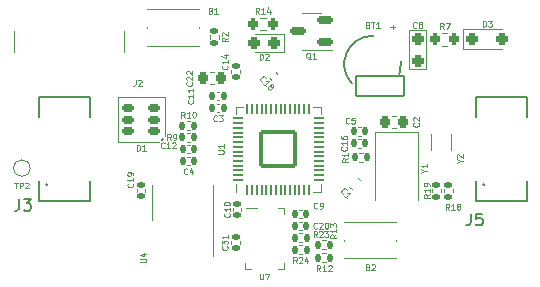
<source format=gto>
G04 #@! TF.GenerationSoftware,KiCad,Pcbnew,7.0.5-0*
G04 #@! TF.CreationDate,2023-09-26T15:29:12-04:00*
G04 #@! TF.ProjectId,Rudolph_Tracker,5275646f-6c70-4685-9f54-7261636b6572,rev?*
G04 #@! TF.SameCoordinates,Original*
G04 #@! TF.FileFunction,Legend,Top*
G04 #@! TF.FilePolarity,Positive*
%FSLAX46Y46*%
G04 Gerber Fmt 4.6, Leading zero omitted, Abs format (unit mm)*
G04 Created by KiCad (PCBNEW 7.0.5-0) date 2023-09-26 15:29:12*
%MOMM*%
%LPD*%
G01*
G04 APERTURE LIST*
G04 Aperture macros list*
%AMRoundRect*
0 Rectangle with rounded corners*
0 $1 Rounding radius*
0 $2 $3 $4 $5 $6 $7 $8 $9 X,Y pos of 4 corners*
0 Add a 4 corners polygon primitive as box body*
4,1,4,$2,$3,$4,$5,$6,$7,$8,$9,$2,$3,0*
0 Add four circle primitives for the rounded corners*
1,1,$1+$1,$2,$3*
1,1,$1+$1,$4,$5*
1,1,$1+$1,$6,$7*
1,1,$1+$1,$8,$9*
0 Add four rect primitives between the rounded corners*
20,1,$1+$1,$2,$3,$4,$5,0*
20,1,$1+$1,$4,$5,$6,$7,0*
20,1,$1+$1,$6,$7,$8,$9,0*
20,1,$1+$1,$8,$9,$2,$3,0*%
G04 Aperture macros list end*
%ADD10C,0.125000*%
%ADD11C,0.150000*%
%ADD12C,0.120000*%
%ADD13C,0.127000*%
%ADD14C,0.152400*%
%ADD15C,0.160000*%
%ADD16C,0.200000*%
%ADD17C,0.000100*%
%ADD18RoundRect,0.135000X0.135000X0.185000X-0.135000X0.185000X-0.135000X-0.185000X0.135000X-0.185000X0*%
%ADD19RoundRect,0.050000X0.050000X-0.387500X0.050000X0.387500X-0.050000X0.387500X-0.050000X-0.387500X0*%
%ADD20RoundRect,0.050000X0.387500X-0.050000X0.387500X0.050000X-0.387500X0.050000X-0.387500X-0.050000X0*%
%ADD21RoundRect,0.144000X1.456000X-1.456000X1.456000X1.456000X-1.456000X1.456000X-1.456000X-1.456000X0*%
%ADD22RoundRect,0.200000X-0.200000X-0.275000X0.200000X-0.275000X0.200000X0.275000X-0.200000X0.275000X0*%
%ADD23RoundRect,0.237500X0.287500X0.237500X-0.287500X0.237500X-0.287500X-0.237500X0.287500X-0.237500X0*%
%ADD24RoundRect,0.200000X0.200000X0.275000X-0.200000X0.275000X-0.200000X-0.275000X0.200000X-0.275000X0*%
%ADD25RoundRect,0.237500X-0.237500X0.250000X-0.237500X-0.250000X0.237500X-0.250000X0.237500X0.250000X0*%
%ADD26RoundRect,0.225000X0.335876X0.017678X0.017678X0.335876X-0.335876X-0.017678X-0.017678X-0.335876X0*%
%ADD27R,2.400000X2.000000*%
%ADD28RoundRect,0.102000X-2.050000X-0.850000X2.050000X-0.850000X2.050000X0.850000X-2.050000X0.850000X0*%
%ADD29R,1.200000X0.250000*%
%ADD30RoundRect,0.140000X0.140000X0.170000X-0.140000X0.170000X-0.140000X-0.170000X0.140000X-0.170000X0*%
%ADD31RoundRect,0.135000X0.185000X-0.135000X0.185000X0.135000X-0.185000X0.135000X-0.185000X-0.135000X0*%
%ADD32RoundRect,0.140000X-0.140000X-0.170000X0.140000X-0.170000X0.140000X0.170000X-0.140000X0.170000X0*%
%ADD33R,1.800000X1.000000*%
%ADD34R,0.900000X1.000000*%
%ADD35RoundRect,0.225000X-0.225000X-0.250000X0.225000X-0.250000X0.225000X0.250000X-0.225000X0.250000X0*%
%ADD36R,0.500000X1.100000*%
%ADD37R,4.300000X3.400000*%
%ADD38RoundRect,0.162500X0.367500X0.162500X-0.367500X0.162500X-0.367500X-0.162500X0.367500X-0.162500X0*%
%ADD39C,1.000000*%
%ADD40RoundRect,0.140000X0.219203X0.021213X0.021213X0.219203X-0.219203X-0.021213X-0.021213X-0.219203X0*%
%ADD41RoundRect,0.140000X0.170000X-0.140000X0.170000X0.140000X-0.170000X0.140000X-0.170000X-0.140000X0*%
%ADD42C,0.650000*%
%ADD43R,0.600000X1.150000*%
%ADD44R,0.300000X1.150000*%
%ADD45O,1.000000X2.100000*%
%ADD46O,1.000000X1.800000*%
%ADD47RoundRect,0.250000X-0.250000X-0.250000X0.250000X-0.250000X0.250000X0.250000X-0.250000X0.250000X0*%
%ADD48RoundRect,0.225000X0.225000X0.250000X-0.225000X0.250000X-0.225000X-0.250000X0.225000X-0.250000X0*%
%ADD49RoundRect,0.135000X-0.185000X0.135000X-0.185000X-0.135000X0.185000X-0.135000X0.185000X0.135000X0*%
%ADD50RoundRect,0.140000X-0.170000X0.140000X-0.170000X-0.140000X0.170000X-0.140000X0.170000X0.140000X0*%
%ADD51R,0.950000X0.550000*%
%ADD52RoundRect,0.150000X0.512500X0.150000X-0.512500X0.150000X-0.512500X-0.150000X0.512500X-0.150000X0*%
%ADD53C,0.700000*%
%ADD54C,0.500000*%
%ADD55O,1.500000X0.800000*%
G04 APERTURE END LIST*
D10*
X95778571Y-127124809D02*
X95611905Y-126886714D01*
X95492857Y-127124809D02*
X95492857Y-126624809D01*
X95492857Y-126624809D02*
X95683333Y-126624809D01*
X95683333Y-126624809D02*
X95730952Y-126648619D01*
X95730952Y-126648619D02*
X95754762Y-126672428D01*
X95754762Y-126672428D02*
X95778571Y-126720047D01*
X95778571Y-126720047D02*
X95778571Y-126791476D01*
X95778571Y-126791476D02*
X95754762Y-126839095D01*
X95754762Y-126839095D02*
X95730952Y-126862904D01*
X95730952Y-126862904D02*
X95683333Y-126886714D01*
X95683333Y-126886714D02*
X95492857Y-126886714D01*
X95969048Y-126672428D02*
X95992857Y-126648619D01*
X95992857Y-126648619D02*
X96040476Y-126624809D01*
X96040476Y-126624809D02*
X96159524Y-126624809D01*
X96159524Y-126624809D02*
X96207143Y-126648619D01*
X96207143Y-126648619D02*
X96230952Y-126672428D01*
X96230952Y-126672428D02*
X96254762Y-126720047D01*
X96254762Y-126720047D02*
X96254762Y-126767666D01*
X96254762Y-126767666D02*
X96230952Y-126839095D01*
X96230952Y-126839095D02*
X95945238Y-127124809D01*
X95945238Y-127124809D02*
X96254762Y-127124809D01*
X96421428Y-126624809D02*
X96730952Y-126624809D01*
X96730952Y-126624809D02*
X96564285Y-126815285D01*
X96564285Y-126815285D02*
X96635714Y-126815285D01*
X96635714Y-126815285D02*
X96683333Y-126839095D01*
X96683333Y-126839095D02*
X96707142Y-126862904D01*
X96707142Y-126862904D02*
X96730952Y-126910523D01*
X96730952Y-126910523D02*
X96730952Y-127029571D01*
X96730952Y-127029571D02*
X96707142Y-127077190D01*
X96707142Y-127077190D02*
X96683333Y-127101000D01*
X96683333Y-127101000D02*
X96635714Y-127124809D01*
X96635714Y-127124809D02*
X96492857Y-127124809D01*
X96492857Y-127124809D02*
X96445238Y-127101000D01*
X96445238Y-127101000D02*
X96421428Y-127077190D01*
X87404809Y-120080952D02*
X87809571Y-120080952D01*
X87809571Y-120080952D02*
X87857190Y-120057142D01*
X87857190Y-120057142D02*
X87881000Y-120033333D01*
X87881000Y-120033333D02*
X87904809Y-119985714D01*
X87904809Y-119985714D02*
X87904809Y-119890476D01*
X87904809Y-119890476D02*
X87881000Y-119842857D01*
X87881000Y-119842857D02*
X87857190Y-119819047D01*
X87857190Y-119819047D02*
X87809571Y-119795238D01*
X87809571Y-119795238D02*
X87404809Y-119795238D01*
X87904809Y-119295237D02*
X87904809Y-119580951D01*
X87904809Y-119438094D02*
X87404809Y-119438094D01*
X87404809Y-119438094D02*
X87476238Y-119485713D01*
X87476238Y-119485713D02*
X87523857Y-119533332D01*
X87523857Y-119533332D02*
X87547666Y-119580951D01*
X90878571Y-108224809D02*
X90711905Y-107986714D01*
X90592857Y-108224809D02*
X90592857Y-107724809D01*
X90592857Y-107724809D02*
X90783333Y-107724809D01*
X90783333Y-107724809D02*
X90830952Y-107748619D01*
X90830952Y-107748619D02*
X90854762Y-107772428D01*
X90854762Y-107772428D02*
X90878571Y-107820047D01*
X90878571Y-107820047D02*
X90878571Y-107891476D01*
X90878571Y-107891476D02*
X90854762Y-107939095D01*
X90854762Y-107939095D02*
X90830952Y-107962904D01*
X90830952Y-107962904D02*
X90783333Y-107986714D01*
X90783333Y-107986714D02*
X90592857Y-107986714D01*
X91354762Y-108224809D02*
X91069048Y-108224809D01*
X91211905Y-108224809D02*
X91211905Y-107724809D01*
X91211905Y-107724809D02*
X91164286Y-107796238D01*
X91164286Y-107796238D02*
X91116667Y-107843857D01*
X91116667Y-107843857D02*
X91069048Y-107867666D01*
X91783333Y-107891476D02*
X91783333Y-108224809D01*
X91664285Y-107701000D02*
X91545238Y-108058142D01*
X91545238Y-108058142D02*
X91854761Y-108058142D01*
X90930952Y-112124809D02*
X90930952Y-111624809D01*
X90930952Y-111624809D02*
X91050000Y-111624809D01*
X91050000Y-111624809D02*
X91121428Y-111648619D01*
X91121428Y-111648619D02*
X91169047Y-111696238D01*
X91169047Y-111696238D02*
X91192857Y-111743857D01*
X91192857Y-111743857D02*
X91216666Y-111839095D01*
X91216666Y-111839095D02*
X91216666Y-111910523D01*
X91216666Y-111910523D02*
X91192857Y-112005761D01*
X91192857Y-112005761D02*
X91169047Y-112053380D01*
X91169047Y-112053380D02*
X91121428Y-112101000D01*
X91121428Y-112101000D02*
X91050000Y-112124809D01*
X91050000Y-112124809D02*
X90930952Y-112124809D01*
X91407143Y-111672428D02*
X91430952Y-111648619D01*
X91430952Y-111648619D02*
X91478571Y-111624809D01*
X91478571Y-111624809D02*
X91597619Y-111624809D01*
X91597619Y-111624809D02*
X91645238Y-111648619D01*
X91645238Y-111648619D02*
X91669047Y-111672428D01*
X91669047Y-111672428D02*
X91692857Y-111720047D01*
X91692857Y-111720047D02*
X91692857Y-111767666D01*
X91692857Y-111767666D02*
X91669047Y-111839095D01*
X91669047Y-111839095D02*
X91383333Y-112124809D01*
X91383333Y-112124809D02*
X91692857Y-112124809D01*
X106516666Y-109524809D02*
X106350000Y-109286714D01*
X106230952Y-109524809D02*
X106230952Y-109024809D01*
X106230952Y-109024809D02*
X106421428Y-109024809D01*
X106421428Y-109024809D02*
X106469047Y-109048619D01*
X106469047Y-109048619D02*
X106492857Y-109072428D01*
X106492857Y-109072428D02*
X106516666Y-109120047D01*
X106516666Y-109120047D02*
X106516666Y-109191476D01*
X106516666Y-109191476D02*
X106492857Y-109239095D01*
X106492857Y-109239095D02*
X106469047Y-109262904D01*
X106469047Y-109262904D02*
X106421428Y-109286714D01*
X106421428Y-109286714D02*
X106230952Y-109286714D01*
X106683333Y-109024809D02*
X107016666Y-109024809D01*
X107016666Y-109024809D02*
X106802381Y-109524809D01*
X94078571Y-129324809D02*
X93911905Y-129086714D01*
X93792857Y-129324809D02*
X93792857Y-128824809D01*
X93792857Y-128824809D02*
X93983333Y-128824809D01*
X93983333Y-128824809D02*
X94030952Y-128848619D01*
X94030952Y-128848619D02*
X94054762Y-128872428D01*
X94054762Y-128872428D02*
X94078571Y-128920047D01*
X94078571Y-128920047D02*
X94078571Y-128991476D01*
X94078571Y-128991476D02*
X94054762Y-129039095D01*
X94054762Y-129039095D02*
X94030952Y-129062904D01*
X94030952Y-129062904D02*
X93983333Y-129086714D01*
X93983333Y-129086714D02*
X93792857Y-129086714D01*
X94269048Y-128872428D02*
X94292857Y-128848619D01*
X94292857Y-128848619D02*
X94340476Y-128824809D01*
X94340476Y-128824809D02*
X94459524Y-128824809D01*
X94459524Y-128824809D02*
X94507143Y-128848619D01*
X94507143Y-128848619D02*
X94530952Y-128872428D01*
X94530952Y-128872428D02*
X94554762Y-128920047D01*
X94554762Y-128920047D02*
X94554762Y-128967666D01*
X94554762Y-128967666D02*
X94530952Y-129039095D01*
X94530952Y-129039095D02*
X94245238Y-129324809D01*
X94245238Y-129324809D02*
X94554762Y-129324809D01*
X94983333Y-128991476D02*
X94983333Y-129324809D01*
X94864285Y-128801000D02*
X94745238Y-129158142D01*
X94745238Y-129158142D02*
X95054761Y-129158142D01*
X96078571Y-130024809D02*
X95911905Y-129786714D01*
X95792857Y-130024809D02*
X95792857Y-129524809D01*
X95792857Y-129524809D02*
X95983333Y-129524809D01*
X95983333Y-129524809D02*
X96030952Y-129548619D01*
X96030952Y-129548619D02*
X96054762Y-129572428D01*
X96054762Y-129572428D02*
X96078571Y-129620047D01*
X96078571Y-129620047D02*
X96078571Y-129691476D01*
X96078571Y-129691476D02*
X96054762Y-129739095D01*
X96054762Y-129739095D02*
X96030952Y-129762904D01*
X96030952Y-129762904D02*
X95983333Y-129786714D01*
X95983333Y-129786714D02*
X95792857Y-129786714D01*
X96554762Y-130024809D02*
X96269048Y-130024809D01*
X96411905Y-130024809D02*
X96411905Y-129524809D01*
X96411905Y-129524809D02*
X96364286Y-129596238D01*
X96364286Y-129596238D02*
X96316667Y-129643857D01*
X96316667Y-129643857D02*
X96269048Y-129667666D01*
X96745238Y-129572428D02*
X96769047Y-129548619D01*
X96769047Y-129548619D02*
X96816666Y-129524809D01*
X96816666Y-129524809D02*
X96935714Y-129524809D01*
X96935714Y-129524809D02*
X96983333Y-129548619D01*
X96983333Y-129548619D02*
X97007142Y-129572428D01*
X97007142Y-129572428D02*
X97030952Y-129620047D01*
X97030952Y-129620047D02*
X97030952Y-129667666D01*
X97030952Y-129667666D02*
X97007142Y-129739095D01*
X97007142Y-129739095D02*
X96721428Y-130024809D01*
X96721428Y-130024809D02*
X97030952Y-130024809D01*
X104216666Y-109377190D02*
X104192857Y-109401000D01*
X104192857Y-109401000D02*
X104121428Y-109424809D01*
X104121428Y-109424809D02*
X104073809Y-109424809D01*
X104073809Y-109424809D02*
X104002381Y-109401000D01*
X104002381Y-109401000D02*
X103954762Y-109353380D01*
X103954762Y-109353380D02*
X103930952Y-109305761D01*
X103930952Y-109305761D02*
X103907143Y-109210523D01*
X103907143Y-109210523D02*
X103907143Y-109139095D01*
X103907143Y-109139095D02*
X103930952Y-109043857D01*
X103930952Y-109043857D02*
X103954762Y-108996238D01*
X103954762Y-108996238D02*
X104002381Y-108948619D01*
X104002381Y-108948619D02*
X104073809Y-108924809D01*
X104073809Y-108924809D02*
X104121428Y-108924809D01*
X104121428Y-108924809D02*
X104192857Y-108948619D01*
X104192857Y-108948619D02*
X104216666Y-108972428D01*
X104502381Y-109139095D02*
X104454762Y-109115285D01*
X104454762Y-109115285D02*
X104430952Y-109091476D01*
X104430952Y-109091476D02*
X104407143Y-109043857D01*
X104407143Y-109043857D02*
X104407143Y-109020047D01*
X104407143Y-109020047D02*
X104430952Y-108972428D01*
X104430952Y-108972428D02*
X104454762Y-108948619D01*
X104454762Y-108948619D02*
X104502381Y-108924809D01*
X104502381Y-108924809D02*
X104597619Y-108924809D01*
X104597619Y-108924809D02*
X104645238Y-108948619D01*
X104645238Y-108948619D02*
X104669047Y-108972428D01*
X104669047Y-108972428D02*
X104692857Y-109020047D01*
X104692857Y-109020047D02*
X104692857Y-109043857D01*
X104692857Y-109043857D02*
X104669047Y-109091476D01*
X104669047Y-109091476D02*
X104645238Y-109115285D01*
X104645238Y-109115285D02*
X104597619Y-109139095D01*
X104597619Y-109139095D02*
X104502381Y-109139095D01*
X104502381Y-109139095D02*
X104454762Y-109162904D01*
X104454762Y-109162904D02*
X104430952Y-109186714D01*
X104430952Y-109186714D02*
X104407143Y-109234333D01*
X104407143Y-109234333D02*
X104407143Y-109329571D01*
X104407143Y-109329571D02*
X104430952Y-109377190D01*
X104430952Y-109377190D02*
X104454762Y-109401000D01*
X104454762Y-109401000D02*
X104502381Y-109424809D01*
X104502381Y-109424809D02*
X104597619Y-109424809D01*
X104597619Y-109424809D02*
X104645238Y-109401000D01*
X104645238Y-109401000D02*
X104669047Y-109377190D01*
X104669047Y-109377190D02*
X104692857Y-109329571D01*
X104692857Y-109329571D02*
X104692857Y-109234333D01*
X104692857Y-109234333D02*
X104669047Y-109186714D01*
X104669047Y-109186714D02*
X104645238Y-109162904D01*
X104645238Y-109162904D02*
X104597619Y-109139095D01*
X98015782Y-123466367D02*
X97982110Y-123466367D01*
X97982110Y-123466367D02*
X97914766Y-123432695D01*
X97914766Y-123432695D02*
X97881095Y-123399023D01*
X97881095Y-123399023D02*
X97847423Y-123331680D01*
X97847423Y-123331680D02*
X97847423Y-123264336D01*
X97847423Y-123264336D02*
X97864259Y-123213829D01*
X97864259Y-123213829D02*
X97914766Y-123129649D01*
X97914766Y-123129649D02*
X97965274Y-123079142D01*
X97965274Y-123079142D02*
X98049453Y-123028634D01*
X98049453Y-123028634D02*
X98099961Y-123011798D01*
X98099961Y-123011798D02*
X98167304Y-123011798D01*
X98167304Y-123011798D02*
X98234648Y-123045470D01*
X98234648Y-123045470D02*
X98268320Y-123079142D01*
X98268320Y-123079142D02*
X98301991Y-123146485D01*
X98301991Y-123146485D02*
X98301991Y-123180157D01*
X98318827Y-123836756D02*
X98116797Y-123634725D01*
X98217812Y-123735741D02*
X98571365Y-123382187D01*
X98571365Y-123382187D02*
X98487186Y-123399023D01*
X98487186Y-123399023D02*
X98419843Y-123399023D01*
X98419843Y-123399023D02*
X98369335Y-123382187D01*
X104886714Y-121538094D02*
X105124809Y-121538094D01*
X104624809Y-121704760D02*
X104886714Y-121538094D01*
X104886714Y-121538094D02*
X104624809Y-121371427D01*
X105124809Y-120942856D02*
X105124809Y-121228570D01*
X105124809Y-121085713D02*
X104624809Y-121085713D01*
X104624809Y-121085713D02*
X104696238Y-121133332D01*
X104696238Y-121133332D02*
X104743857Y-121180951D01*
X104743857Y-121180951D02*
X104767666Y-121228570D01*
X100107143Y-109162904D02*
X100178571Y-109186714D01*
X100178571Y-109186714D02*
X100202381Y-109210523D01*
X100202381Y-109210523D02*
X100226190Y-109258142D01*
X100226190Y-109258142D02*
X100226190Y-109329571D01*
X100226190Y-109329571D02*
X100202381Y-109377190D01*
X100202381Y-109377190D02*
X100178571Y-109401000D01*
X100178571Y-109401000D02*
X100130952Y-109424809D01*
X100130952Y-109424809D02*
X99940476Y-109424809D01*
X99940476Y-109424809D02*
X99940476Y-108924809D01*
X99940476Y-108924809D02*
X100107143Y-108924809D01*
X100107143Y-108924809D02*
X100154762Y-108948619D01*
X100154762Y-108948619D02*
X100178571Y-108972428D01*
X100178571Y-108972428D02*
X100202381Y-109020047D01*
X100202381Y-109020047D02*
X100202381Y-109067666D01*
X100202381Y-109067666D02*
X100178571Y-109115285D01*
X100178571Y-109115285D02*
X100154762Y-109139095D01*
X100154762Y-109139095D02*
X100107143Y-109162904D01*
X100107143Y-109162904D02*
X99940476Y-109162904D01*
X100369048Y-108924809D02*
X100654762Y-108924809D01*
X100511905Y-109424809D02*
X100511905Y-108924809D01*
X101083333Y-109424809D02*
X100797619Y-109424809D01*
X100940476Y-109424809D02*
X100940476Y-108924809D01*
X100940476Y-108924809D02*
X100892857Y-108996238D01*
X100892857Y-108996238D02*
X100845238Y-109043857D01*
X100845238Y-109043857D02*
X100797619Y-109067666D01*
X102009523Y-109334333D02*
X102390476Y-109334333D01*
X102199999Y-109524809D02*
X102199999Y-109143857D01*
D11*
X70566666Y-123904819D02*
X70566666Y-124619104D01*
X70566666Y-124619104D02*
X70519047Y-124761961D01*
X70519047Y-124761961D02*
X70423809Y-124857200D01*
X70423809Y-124857200D02*
X70280952Y-124904819D01*
X70280952Y-124904819D02*
X70185714Y-124904819D01*
X70947619Y-123904819D02*
X71566666Y-123904819D01*
X71566666Y-123904819D02*
X71233333Y-124285771D01*
X71233333Y-124285771D02*
X71376190Y-124285771D01*
X71376190Y-124285771D02*
X71471428Y-124333390D01*
X71471428Y-124333390D02*
X71519047Y-124381009D01*
X71519047Y-124381009D02*
X71566666Y-124476247D01*
X71566666Y-124476247D02*
X71566666Y-124714342D01*
X71566666Y-124714342D02*
X71519047Y-124809580D01*
X71519047Y-124809580D02*
X71471428Y-124857200D01*
X71471428Y-124857200D02*
X71376190Y-124904819D01*
X71376190Y-124904819D02*
X71090476Y-124904819D01*
X71090476Y-124904819D02*
X70995238Y-124857200D01*
X70995238Y-124857200D02*
X70947619Y-124809580D01*
D10*
X85277190Y-115521428D02*
X85301000Y-115545237D01*
X85301000Y-115545237D02*
X85324809Y-115616666D01*
X85324809Y-115616666D02*
X85324809Y-115664285D01*
X85324809Y-115664285D02*
X85301000Y-115735713D01*
X85301000Y-115735713D02*
X85253380Y-115783332D01*
X85253380Y-115783332D02*
X85205761Y-115807142D01*
X85205761Y-115807142D02*
X85110523Y-115830951D01*
X85110523Y-115830951D02*
X85039095Y-115830951D01*
X85039095Y-115830951D02*
X84943857Y-115807142D01*
X84943857Y-115807142D02*
X84896238Y-115783332D01*
X84896238Y-115783332D02*
X84848619Y-115735713D01*
X84848619Y-115735713D02*
X84824809Y-115664285D01*
X84824809Y-115664285D02*
X84824809Y-115616666D01*
X84824809Y-115616666D02*
X84848619Y-115545237D01*
X84848619Y-115545237D02*
X84872428Y-115521428D01*
X85324809Y-115045237D02*
X85324809Y-115330951D01*
X85324809Y-115188094D02*
X84824809Y-115188094D01*
X84824809Y-115188094D02*
X84896238Y-115235713D01*
X84896238Y-115235713D02*
X84943857Y-115283332D01*
X84943857Y-115283332D02*
X84967666Y-115330951D01*
X85324809Y-114569047D02*
X85324809Y-114854761D01*
X85324809Y-114711904D02*
X84824809Y-114711904D01*
X84824809Y-114711904D02*
X84896238Y-114759523D01*
X84896238Y-114759523D02*
X84943857Y-114807142D01*
X84943857Y-114807142D02*
X84967666Y-114854761D01*
X106978571Y-124824809D02*
X106811905Y-124586714D01*
X106692857Y-124824809D02*
X106692857Y-124324809D01*
X106692857Y-124324809D02*
X106883333Y-124324809D01*
X106883333Y-124324809D02*
X106930952Y-124348619D01*
X106930952Y-124348619D02*
X106954762Y-124372428D01*
X106954762Y-124372428D02*
X106978571Y-124420047D01*
X106978571Y-124420047D02*
X106978571Y-124491476D01*
X106978571Y-124491476D02*
X106954762Y-124539095D01*
X106954762Y-124539095D02*
X106930952Y-124562904D01*
X106930952Y-124562904D02*
X106883333Y-124586714D01*
X106883333Y-124586714D02*
X106692857Y-124586714D01*
X107454762Y-124824809D02*
X107169048Y-124824809D01*
X107311905Y-124824809D02*
X107311905Y-124324809D01*
X107311905Y-124324809D02*
X107264286Y-124396238D01*
X107264286Y-124396238D02*
X107216667Y-124443857D01*
X107216667Y-124443857D02*
X107169048Y-124467666D01*
X107740476Y-124539095D02*
X107692857Y-124515285D01*
X107692857Y-124515285D02*
X107669047Y-124491476D01*
X107669047Y-124491476D02*
X107645238Y-124443857D01*
X107645238Y-124443857D02*
X107645238Y-124420047D01*
X107645238Y-124420047D02*
X107669047Y-124372428D01*
X107669047Y-124372428D02*
X107692857Y-124348619D01*
X107692857Y-124348619D02*
X107740476Y-124324809D01*
X107740476Y-124324809D02*
X107835714Y-124324809D01*
X107835714Y-124324809D02*
X107883333Y-124348619D01*
X107883333Y-124348619D02*
X107907142Y-124372428D01*
X107907142Y-124372428D02*
X107930952Y-124420047D01*
X107930952Y-124420047D02*
X107930952Y-124443857D01*
X107930952Y-124443857D02*
X107907142Y-124491476D01*
X107907142Y-124491476D02*
X107883333Y-124515285D01*
X107883333Y-124515285D02*
X107835714Y-124539095D01*
X107835714Y-124539095D02*
X107740476Y-124539095D01*
X107740476Y-124539095D02*
X107692857Y-124562904D01*
X107692857Y-124562904D02*
X107669047Y-124586714D01*
X107669047Y-124586714D02*
X107645238Y-124634333D01*
X107645238Y-124634333D02*
X107645238Y-124729571D01*
X107645238Y-124729571D02*
X107669047Y-124777190D01*
X107669047Y-124777190D02*
X107692857Y-124801000D01*
X107692857Y-124801000D02*
X107740476Y-124824809D01*
X107740476Y-124824809D02*
X107835714Y-124824809D01*
X107835714Y-124824809D02*
X107883333Y-124801000D01*
X107883333Y-124801000D02*
X107907142Y-124777190D01*
X107907142Y-124777190D02*
X107930952Y-124729571D01*
X107930952Y-124729571D02*
X107930952Y-124634333D01*
X107930952Y-124634333D02*
X107907142Y-124586714D01*
X107907142Y-124586714D02*
X107883333Y-124562904D01*
X107883333Y-124562904D02*
X107835714Y-124539095D01*
X98277190Y-119521428D02*
X98301000Y-119545237D01*
X98301000Y-119545237D02*
X98324809Y-119616666D01*
X98324809Y-119616666D02*
X98324809Y-119664285D01*
X98324809Y-119664285D02*
X98301000Y-119735713D01*
X98301000Y-119735713D02*
X98253380Y-119783332D01*
X98253380Y-119783332D02*
X98205761Y-119807142D01*
X98205761Y-119807142D02*
X98110523Y-119830951D01*
X98110523Y-119830951D02*
X98039095Y-119830951D01*
X98039095Y-119830951D02*
X97943857Y-119807142D01*
X97943857Y-119807142D02*
X97896238Y-119783332D01*
X97896238Y-119783332D02*
X97848619Y-119735713D01*
X97848619Y-119735713D02*
X97824809Y-119664285D01*
X97824809Y-119664285D02*
X97824809Y-119616666D01*
X97824809Y-119616666D02*
X97848619Y-119545237D01*
X97848619Y-119545237D02*
X97872428Y-119521428D01*
X98324809Y-119045237D02*
X98324809Y-119330951D01*
X98324809Y-119188094D02*
X97824809Y-119188094D01*
X97824809Y-119188094D02*
X97896238Y-119235713D01*
X97896238Y-119235713D02*
X97943857Y-119283332D01*
X97943857Y-119283332D02*
X97967666Y-119330951D01*
X97824809Y-118616666D02*
X97824809Y-118711904D01*
X97824809Y-118711904D02*
X97848619Y-118759523D01*
X97848619Y-118759523D02*
X97872428Y-118783333D01*
X97872428Y-118783333D02*
X97943857Y-118830952D01*
X97943857Y-118830952D02*
X98039095Y-118854761D01*
X98039095Y-118854761D02*
X98229571Y-118854761D01*
X98229571Y-118854761D02*
X98277190Y-118830952D01*
X98277190Y-118830952D02*
X98301000Y-118807142D01*
X98301000Y-118807142D02*
X98324809Y-118759523D01*
X98324809Y-118759523D02*
X98324809Y-118664285D01*
X98324809Y-118664285D02*
X98301000Y-118616666D01*
X98301000Y-118616666D02*
X98277190Y-118592857D01*
X98277190Y-118592857D02*
X98229571Y-118569047D01*
X98229571Y-118569047D02*
X98110523Y-118569047D01*
X98110523Y-118569047D02*
X98062904Y-118592857D01*
X98062904Y-118592857D02*
X98039095Y-118616666D01*
X98039095Y-118616666D02*
X98015285Y-118664285D01*
X98015285Y-118664285D02*
X98015285Y-118759523D01*
X98015285Y-118759523D02*
X98039095Y-118807142D01*
X98039095Y-118807142D02*
X98062904Y-118830952D01*
X98062904Y-118830952D02*
X98110523Y-118854761D01*
X107886714Y-120738094D02*
X108124809Y-120738094D01*
X107624809Y-120904760D02*
X107886714Y-120738094D01*
X107886714Y-120738094D02*
X107624809Y-120571427D01*
X107672428Y-120428570D02*
X107648619Y-120404761D01*
X107648619Y-120404761D02*
X107624809Y-120357142D01*
X107624809Y-120357142D02*
X107624809Y-120238094D01*
X107624809Y-120238094D02*
X107648619Y-120190475D01*
X107648619Y-120190475D02*
X107672428Y-120166666D01*
X107672428Y-120166666D02*
X107720047Y-120142856D01*
X107720047Y-120142856D02*
X107767666Y-120142856D01*
X107767666Y-120142856D02*
X107839095Y-120166666D01*
X107839095Y-120166666D02*
X108124809Y-120452380D01*
X108124809Y-120452380D02*
X108124809Y-120142856D01*
X84816666Y-121777190D02*
X84792857Y-121801000D01*
X84792857Y-121801000D02*
X84721428Y-121824809D01*
X84721428Y-121824809D02*
X84673809Y-121824809D01*
X84673809Y-121824809D02*
X84602381Y-121801000D01*
X84602381Y-121801000D02*
X84554762Y-121753380D01*
X84554762Y-121753380D02*
X84530952Y-121705761D01*
X84530952Y-121705761D02*
X84507143Y-121610523D01*
X84507143Y-121610523D02*
X84507143Y-121539095D01*
X84507143Y-121539095D02*
X84530952Y-121443857D01*
X84530952Y-121443857D02*
X84554762Y-121396238D01*
X84554762Y-121396238D02*
X84602381Y-121348619D01*
X84602381Y-121348619D02*
X84673809Y-121324809D01*
X84673809Y-121324809D02*
X84721428Y-121324809D01*
X84721428Y-121324809D02*
X84792857Y-121348619D01*
X84792857Y-121348619D02*
X84816666Y-121372428D01*
X85245238Y-121491476D02*
X85245238Y-121824809D01*
X85126190Y-121301000D02*
X85007143Y-121658142D01*
X85007143Y-121658142D02*
X85316666Y-121658142D01*
X100097619Y-129662904D02*
X100169047Y-129686714D01*
X100169047Y-129686714D02*
X100192857Y-129710523D01*
X100192857Y-129710523D02*
X100216666Y-129758142D01*
X100216666Y-129758142D02*
X100216666Y-129829571D01*
X100216666Y-129829571D02*
X100192857Y-129877190D01*
X100192857Y-129877190D02*
X100169047Y-129901000D01*
X100169047Y-129901000D02*
X100121428Y-129924809D01*
X100121428Y-129924809D02*
X99930952Y-129924809D01*
X99930952Y-129924809D02*
X99930952Y-129424809D01*
X99930952Y-129424809D02*
X100097619Y-129424809D01*
X100097619Y-129424809D02*
X100145238Y-129448619D01*
X100145238Y-129448619D02*
X100169047Y-129472428D01*
X100169047Y-129472428D02*
X100192857Y-129520047D01*
X100192857Y-129520047D02*
X100192857Y-129567666D01*
X100192857Y-129567666D02*
X100169047Y-129615285D01*
X100169047Y-129615285D02*
X100145238Y-129639095D01*
X100145238Y-129639095D02*
X100097619Y-129662904D01*
X100097619Y-129662904D02*
X99930952Y-129662904D01*
X100407143Y-129472428D02*
X100430952Y-129448619D01*
X100430952Y-129448619D02*
X100478571Y-129424809D01*
X100478571Y-129424809D02*
X100597619Y-129424809D01*
X100597619Y-129424809D02*
X100645238Y-129448619D01*
X100645238Y-129448619D02*
X100669047Y-129472428D01*
X100669047Y-129472428D02*
X100692857Y-129520047D01*
X100692857Y-129520047D02*
X100692857Y-129567666D01*
X100692857Y-129567666D02*
X100669047Y-129639095D01*
X100669047Y-129639095D02*
X100383333Y-129924809D01*
X100383333Y-129924809D02*
X100692857Y-129924809D01*
X97424809Y-126921428D02*
X97186714Y-127088094D01*
X97424809Y-127207142D02*
X96924809Y-127207142D01*
X96924809Y-127207142D02*
X96924809Y-127016666D01*
X96924809Y-127016666D02*
X96948619Y-126969047D01*
X96948619Y-126969047D02*
X96972428Y-126945237D01*
X96972428Y-126945237D02*
X97020047Y-126921428D01*
X97020047Y-126921428D02*
X97091476Y-126921428D01*
X97091476Y-126921428D02*
X97139095Y-126945237D01*
X97139095Y-126945237D02*
X97162904Y-126969047D01*
X97162904Y-126969047D02*
X97186714Y-127016666D01*
X97186714Y-127016666D02*
X97186714Y-127207142D01*
X97424809Y-126445237D02*
X97424809Y-126730951D01*
X97424809Y-126588094D02*
X96924809Y-126588094D01*
X96924809Y-126588094D02*
X96996238Y-126635713D01*
X96996238Y-126635713D02*
X97043857Y-126683332D01*
X97043857Y-126683332D02*
X97067666Y-126730951D01*
X96924809Y-126278571D02*
X96924809Y-125969047D01*
X96924809Y-125969047D02*
X97115285Y-126135714D01*
X97115285Y-126135714D02*
X97115285Y-126064285D01*
X97115285Y-126064285D02*
X97139095Y-126016666D01*
X97139095Y-126016666D02*
X97162904Y-125992857D01*
X97162904Y-125992857D02*
X97210523Y-125969047D01*
X97210523Y-125969047D02*
X97329571Y-125969047D01*
X97329571Y-125969047D02*
X97377190Y-125992857D01*
X97377190Y-125992857D02*
X97401000Y-126016666D01*
X97401000Y-126016666D02*
X97424809Y-126064285D01*
X97424809Y-126064285D02*
X97424809Y-126207142D01*
X97424809Y-126207142D02*
X97401000Y-126254761D01*
X97401000Y-126254761D02*
X97377190Y-126278571D01*
X104377190Y-117483333D02*
X104401000Y-117507142D01*
X104401000Y-117507142D02*
X104424809Y-117578571D01*
X104424809Y-117578571D02*
X104424809Y-117626190D01*
X104424809Y-117626190D02*
X104401000Y-117697618D01*
X104401000Y-117697618D02*
X104353380Y-117745237D01*
X104353380Y-117745237D02*
X104305761Y-117769047D01*
X104305761Y-117769047D02*
X104210523Y-117792856D01*
X104210523Y-117792856D02*
X104139095Y-117792856D01*
X104139095Y-117792856D02*
X104043857Y-117769047D01*
X104043857Y-117769047D02*
X103996238Y-117745237D01*
X103996238Y-117745237D02*
X103948619Y-117697618D01*
X103948619Y-117697618D02*
X103924809Y-117626190D01*
X103924809Y-117626190D02*
X103924809Y-117578571D01*
X103924809Y-117578571D02*
X103948619Y-117507142D01*
X103948619Y-117507142D02*
X103972428Y-117483333D01*
X103972428Y-117292856D02*
X103948619Y-117269047D01*
X103948619Y-117269047D02*
X103924809Y-117221428D01*
X103924809Y-117221428D02*
X103924809Y-117102380D01*
X103924809Y-117102380D02*
X103948619Y-117054761D01*
X103948619Y-117054761D02*
X103972428Y-117030952D01*
X103972428Y-117030952D02*
X104020047Y-117007142D01*
X104020047Y-117007142D02*
X104067666Y-117007142D01*
X104067666Y-117007142D02*
X104139095Y-117030952D01*
X104139095Y-117030952D02*
X104424809Y-117316666D01*
X104424809Y-117316666D02*
X104424809Y-117007142D01*
X80824809Y-129280952D02*
X81229571Y-129280952D01*
X81229571Y-129280952D02*
X81277190Y-129257142D01*
X81277190Y-129257142D02*
X81301000Y-129233333D01*
X81301000Y-129233333D02*
X81324809Y-129185714D01*
X81324809Y-129185714D02*
X81324809Y-129090476D01*
X81324809Y-129090476D02*
X81301000Y-129042857D01*
X81301000Y-129042857D02*
X81277190Y-129019047D01*
X81277190Y-129019047D02*
X81229571Y-128995238D01*
X81229571Y-128995238D02*
X80824809Y-128995238D01*
X80991476Y-128542856D02*
X81324809Y-128542856D01*
X80801000Y-128661904D02*
X81158142Y-128780951D01*
X81158142Y-128780951D02*
X81158142Y-128471428D01*
X87316666Y-117277190D02*
X87292857Y-117301000D01*
X87292857Y-117301000D02*
X87221428Y-117324809D01*
X87221428Y-117324809D02*
X87173809Y-117324809D01*
X87173809Y-117324809D02*
X87102381Y-117301000D01*
X87102381Y-117301000D02*
X87054762Y-117253380D01*
X87054762Y-117253380D02*
X87030952Y-117205761D01*
X87030952Y-117205761D02*
X87007143Y-117110523D01*
X87007143Y-117110523D02*
X87007143Y-117039095D01*
X87007143Y-117039095D02*
X87030952Y-116943857D01*
X87030952Y-116943857D02*
X87054762Y-116896238D01*
X87054762Y-116896238D02*
X87102381Y-116848619D01*
X87102381Y-116848619D02*
X87173809Y-116824809D01*
X87173809Y-116824809D02*
X87221428Y-116824809D01*
X87221428Y-116824809D02*
X87292857Y-116848619D01*
X87292857Y-116848619D02*
X87316666Y-116872428D01*
X87483333Y-116824809D02*
X87792857Y-116824809D01*
X87792857Y-116824809D02*
X87626190Y-117015285D01*
X87626190Y-117015285D02*
X87697619Y-117015285D01*
X87697619Y-117015285D02*
X87745238Y-117039095D01*
X87745238Y-117039095D02*
X87769047Y-117062904D01*
X87769047Y-117062904D02*
X87792857Y-117110523D01*
X87792857Y-117110523D02*
X87792857Y-117229571D01*
X87792857Y-117229571D02*
X87769047Y-117277190D01*
X87769047Y-117277190D02*
X87745238Y-117301000D01*
X87745238Y-117301000D02*
X87697619Y-117324809D01*
X87697619Y-117324809D02*
X87554762Y-117324809D01*
X87554762Y-117324809D02*
X87507143Y-117301000D01*
X87507143Y-117301000D02*
X87483333Y-117277190D01*
X86797619Y-107962904D02*
X86869047Y-107986714D01*
X86869047Y-107986714D02*
X86892857Y-108010523D01*
X86892857Y-108010523D02*
X86916666Y-108058142D01*
X86916666Y-108058142D02*
X86916666Y-108129571D01*
X86916666Y-108129571D02*
X86892857Y-108177190D01*
X86892857Y-108177190D02*
X86869047Y-108201000D01*
X86869047Y-108201000D02*
X86821428Y-108224809D01*
X86821428Y-108224809D02*
X86630952Y-108224809D01*
X86630952Y-108224809D02*
X86630952Y-107724809D01*
X86630952Y-107724809D02*
X86797619Y-107724809D01*
X86797619Y-107724809D02*
X86845238Y-107748619D01*
X86845238Y-107748619D02*
X86869047Y-107772428D01*
X86869047Y-107772428D02*
X86892857Y-107820047D01*
X86892857Y-107820047D02*
X86892857Y-107867666D01*
X86892857Y-107867666D02*
X86869047Y-107915285D01*
X86869047Y-107915285D02*
X86845238Y-107939095D01*
X86845238Y-107939095D02*
X86797619Y-107962904D01*
X86797619Y-107962904D02*
X86630952Y-107962904D01*
X87392857Y-108224809D02*
X87107143Y-108224809D01*
X87250000Y-108224809D02*
X87250000Y-107724809D01*
X87250000Y-107724809D02*
X87202381Y-107796238D01*
X87202381Y-107796238D02*
X87154762Y-107843857D01*
X87154762Y-107843857D02*
X87107143Y-107867666D01*
X84578571Y-117024809D02*
X84411905Y-116786714D01*
X84292857Y-117024809D02*
X84292857Y-116524809D01*
X84292857Y-116524809D02*
X84483333Y-116524809D01*
X84483333Y-116524809D02*
X84530952Y-116548619D01*
X84530952Y-116548619D02*
X84554762Y-116572428D01*
X84554762Y-116572428D02*
X84578571Y-116620047D01*
X84578571Y-116620047D02*
X84578571Y-116691476D01*
X84578571Y-116691476D02*
X84554762Y-116739095D01*
X84554762Y-116739095D02*
X84530952Y-116762904D01*
X84530952Y-116762904D02*
X84483333Y-116786714D01*
X84483333Y-116786714D02*
X84292857Y-116786714D01*
X85054762Y-117024809D02*
X84769048Y-117024809D01*
X84911905Y-117024809D02*
X84911905Y-116524809D01*
X84911905Y-116524809D02*
X84864286Y-116596238D01*
X84864286Y-116596238D02*
X84816667Y-116643857D01*
X84816667Y-116643857D02*
X84769048Y-116667666D01*
X85364285Y-116524809D02*
X85411904Y-116524809D01*
X85411904Y-116524809D02*
X85459523Y-116548619D01*
X85459523Y-116548619D02*
X85483333Y-116572428D01*
X85483333Y-116572428D02*
X85507142Y-116620047D01*
X85507142Y-116620047D02*
X85530952Y-116715285D01*
X85530952Y-116715285D02*
X85530952Y-116834333D01*
X85530952Y-116834333D02*
X85507142Y-116929571D01*
X85507142Y-116929571D02*
X85483333Y-116977190D01*
X85483333Y-116977190D02*
X85459523Y-117001000D01*
X85459523Y-117001000D02*
X85411904Y-117024809D01*
X85411904Y-117024809D02*
X85364285Y-117024809D01*
X85364285Y-117024809D02*
X85316666Y-117001000D01*
X85316666Y-117001000D02*
X85292857Y-116977190D01*
X85292857Y-116977190D02*
X85269047Y-116929571D01*
X85269047Y-116929571D02*
X85245238Y-116834333D01*
X85245238Y-116834333D02*
X85245238Y-116715285D01*
X85245238Y-116715285D02*
X85269047Y-116620047D01*
X85269047Y-116620047D02*
X85292857Y-116572428D01*
X85292857Y-116572428D02*
X85316666Y-116548619D01*
X85316666Y-116548619D02*
X85364285Y-116524809D01*
X98424809Y-120483333D02*
X98186714Y-120649999D01*
X98424809Y-120769047D02*
X97924809Y-120769047D01*
X97924809Y-120769047D02*
X97924809Y-120578571D01*
X97924809Y-120578571D02*
X97948619Y-120530952D01*
X97948619Y-120530952D02*
X97972428Y-120507142D01*
X97972428Y-120507142D02*
X98020047Y-120483333D01*
X98020047Y-120483333D02*
X98091476Y-120483333D01*
X98091476Y-120483333D02*
X98139095Y-120507142D01*
X98139095Y-120507142D02*
X98162904Y-120530952D01*
X98162904Y-120530952D02*
X98186714Y-120578571D01*
X98186714Y-120578571D02*
X98186714Y-120769047D01*
X98424809Y-120007142D02*
X98424809Y-120292856D01*
X98424809Y-120149999D02*
X97924809Y-120149999D01*
X97924809Y-120149999D02*
X97996238Y-120197618D01*
X97996238Y-120197618D02*
X98043857Y-120245237D01*
X98043857Y-120245237D02*
X98067666Y-120292856D01*
X80530952Y-119824809D02*
X80530952Y-119324809D01*
X80530952Y-119324809D02*
X80650000Y-119324809D01*
X80650000Y-119324809D02*
X80721428Y-119348619D01*
X80721428Y-119348619D02*
X80769047Y-119396238D01*
X80769047Y-119396238D02*
X80792857Y-119443857D01*
X80792857Y-119443857D02*
X80816666Y-119539095D01*
X80816666Y-119539095D02*
X80816666Y-119610523D01*
X80816666Y-119610523D02*
X80792857Y-119705761D01*
X80792857Y-119705761D02*
X80769047Y-119753380D01*
X80769047Y-119753380D02*
X80721428Y-119801000D01*
X80721428Y-119801000D02*
X80650000Y-119824809D01*
X80650000Y-119824809D02*
X80530952Y-119824809D01*
X81292857Y-119824809D02*
X81007143Y-119824809D01*
X81150000Y-119824809D02*
X81150000Y-119324809D01*
X81150000Y-119324809D02*
X81102381Y-119396238D01*
X81102381Y-119396238D02*
X81054762Y-119443857D01*
X81054762Y-119443857D02*
X81007143Y-119467666D01*
X83416666Y-118924809D02*
X83250000Y-118686714D01*
X83130952Y-118924809D02*
X83130952Y-118424809D01*
X83130952Y-118424809D02*
X83321428Y-118424809D01*
X83321428Y-118424809D02*
X83369047Y-118448619D01*
X83369047Y-118448619D02*
X83392857Y-118472428D01*
X83392857Y-118472428D02*
X83416666Y-118520047D01*
X83416666Y-118520047D02*
X83416666Y-118591476D01*
X83416666Y-118591476D02*
X83392857Y-118639095D01*
X83392857Y-118639095D02*
X83369047Y-118662904D01*
X83369047Y-118662904D02*
X83321428Y-118686714D01*
X83321428Y-118686714D02*
X83130952Y-118686714D01*
X83654762Y-118924809D02*
X83750000Y-118924809D01*
X83750000Y-118924809D02*
X83797619Y-118901000D01*
X83797619Y-118901000D02*
X83821428Y-118877190D01*
X83821428Y-118877190D02*
X83869047Y-118805761D01*
X83869047Y-118805761D02*
X83892857Y-118710523D01*
X83892857Y-118710523D02*
X83892857Y-118520047D01*
X83892857Y-118520047D02*
X83869047Y-118472428D01*
X83869047Y-118472428D02*
X83845238Y-118448619D01*
X83845238Y-118448619D02*
X83797619Y-118424809D01*
X83797619Y-118424809D02*
X83702381Y-118424809D01*
X83702381Y-118424809D02*
X83654762Y-118448619D01*
X83654762Y-118448619D02*
X83630952Y-118472428D01*
X83630952Y-118472428D02*
X83607143Y-118520047D01*
X83607143Y-118520047D02*
X83607143Y-118639095D01*
X83607143Y-118639095D02*
X83630952Y-118686714D01*
X83630952Y-118686714D02*
X83654762Y-118710523D01*
X83654762Y-118710523D02*
X83702381Y-118734333D01*
X83702381Y-118734333D02*
X83797619Y-118734333D01*
X83797619Y-118734333D02*
X83845238Y-118710523D01*
X83845238Y-118710523D02*
X83869047Y-118686714D01*
X83869047Y-118686714D02*
X83892857Y-118639095D01*
X70169048Y-122524809D02*
X70454762Y-122524809D01*
X70311905Y-123024809D02*
X70311905Y-122524809D01*
X70621428Y-123024809D02*
X70621428Y-122524809D01*
X70621428Y-122524809D02*
X70811904Y-122524809D01*
X70811904Y-122524809D02*
X70859523Y-122548619D01*
X70859523Y-122548619D02*
X70883333Y-122572428D01*
X70883333Y-122572428D02*
X70907142Y-122620047D01*
X70907142Y-122620047D02*
X70907142Y-122691476D01*
X70907142Y-122691476D02*
X70883333Y-122739095D01*
X70883333Y-122739095D02*
X70859523Y-122762904D01*
X70859523Y-122762904D02*
X70811904Y-122786714D01*
X70811904Y-122786714D02*
X70621428Y-122786714D01*
X71097619Y-122572428D02*
X71121428Y-122548619D01*
X71121428Y-122548619D02*
X71169047Y-122524809D01*
X71169047Y-122524809D02*
X71288095Y-122524809D01*
X71288095Y-122524809D02*
X71335714Y-122548619D01*
X71335714Y-122548619D02*
X71359523Y-122572428D01*
X71359523Y-122572428D02*
X71383333Y-122620047D01*
X71383333Y-122620047D02*
X71383333Y-122667666D01*
X71383333Y-122667666D02*
X71359523Y-122739095D01*
X71359523Y-122739095D02*
X71073809Y-123024809D01*
X71073809Y-123024809D02*
X71383333Y-123024809D01*
X91147423Y-113998008D02*
X91113751Y-113998008D01*
X91113751Y-113998008D02*
X91046408Y-113964336D01*
X91046408Y-113964336D02*
X91012736Y-113930665D01*
X91012736Y-113930665D02*
X90979064Y-113863321D01*
X90979064Y-113863321D02*
X90979064Y-113795978D01*
X90979064Y-113795978D02*
X90995900Y-113745470D01*
X90995900Y-113745470D02*
X91046408Y-113661291D01*
X91046408Y-113661291D02*
X91096915Y-113610783D01*
X91096915Y-113610783D02*
X91181095Y-113560275D01*
X91181095Y-113560275D02*
X91231602Y-113543439D01*
X91231602Y-113543439D02*
X91298946Y-113543439D01*
X91298946Y-113543439D02*
X91366289Y-113577111D01*
X91366289Y-113577111D02*
X91399961Y-113610783D01*
X91399961Y-113610783D02*
X91433633Y-113678126D01*
X91433633Y-113678126D02*
X91433633Y-113711798D01*
X91450469Y-114368397D02*
X91248438Y-114166367D01*
X91349453Y-114267382D02*
X91703007Y-113913829D01*
X91703007Y-113913829D02*
X91618827Y-113930665D01*
X91618827Y-113930665D02*
X91551484Y-113930665D01*
X91551484Y-113930665D02*
X91500976Y-113913829D01*
X91854529Y-114368397D02*
X91837693Y-114317889D01*
X91837693Y-114317889D02*
X91837693Y-114284218D01*
X91837693Y-114284218D02*
X91854529Y-114233710D01*
X91854529Y-114233710D02*
X91871365Y-114216874D01*
X91871365Y-114216874D02*
X91921873Y-114200038D01*
X91921873Y-114200038D02*
X91955545Y-114200038D01*
X91955545Y-114200038D02*
X92006052Y-114216874D01*
X92006052Y-114216874D02*
X92073396Y-114284218D01*
X92073396Y-114284218D02*
X92090232Y-114334725D01*
X92090232Y-114334725D02*
X92090232Y-114368397D01*
X92090232Y-114368397D02*
X92073396Y-114418905D01*
X92073396Y-114418905D02*
X92056560Y-114435741D01*
X92056560Y-114435741D02*
X92006052Y-114452576D01*
X92006052Y-114452576D02*
X91972381Y-114452576D01*
X91972381Y-114452576D02*
X91921873Y-114435741D01*
X91921873Y-114435741D02*
X91854529Y-114368397D01*
X91854529Y-114368397D02*
X91804022Y-114351561D01*
X91804022Y-114351561D02*
X91770350Y-114351561D01*
X91770350Y-114351561D02*
X91719842Y-114368397D01*
X91719842Y-114368397D02*
X91652499Y-114435741D01*
X91652499Y-114435741D02*
X91635663Y-114486248D01*
X91635663Y-114486248D02*
X91635663Y-114519920D01*
X91635663Y-114519920D02*
X91652499Y-114570428D01*
X91652499Y-114570428D02*
X91719842Y-114637771D01*
X91719842Y-114637771D02*
X91770350Y-114654607D01*
X91770350Y-114654607D02*
X91804022Y-114654607D01*
X91804022Y-114654607D02*
X91854529Y-114637771D01*
X91854529Y-114637771D02*
X91921873Y-114570428D01*
X91921873Y-114570428D02*
X91938709Y-114519920D01*
X91938709Y-114519920D02*
X91938709Y-114486248D01*
X91938709Y-114486248D02*
X91921873Y-114435741D01*
X88177190Y-112621428D02*
X88201000Y-112645237D01*
X88201000Y-112645237D02*
X88224809Y-112716666D01*
X88224809Y-112716666D02*
X88224809Y-112764285D01*
X88224809Y-112764285D02*
X88201000Y-112835713D01*
X88201000Y-112835713D02*
X88153380Y-112883332D01*
X88153380Y-112883332D02*
X88105761Y-112907142D01*
X88105761Y-112907142D02*
X88010523Y-112930951D01*
X88010523Y-112930951D02*
X87939095Y-112930951D01*
X87939095Y-112930951D02*
X87843857Y-112907142D01*
X87843857Y-112907142D02*
X87796238Y-112883332D01*
X87796238Y-112883332D02*
X87748619Y-112835713D01*
X87748619Y-112835713D02*
X87724809Y-112764285D01*
X87724809Y-112764285D02*
X87724809Y-112716666D01*
X87724809Y-112716666D02*
X87748619Y-112645237D01*
X87748619Y-112645237D02*
X87772428Y-112621428D01*
X88224809Y-112145237D02*
X88224809Y-112430951D01*
X88224809Y-112288094D02*
X87724809Y-112288094D01*
X87724809Y-112288094D02*
X87796238Y-112335713D01*
X87796238Y-112335713D02*
X87843857Y-112383332D01*
X87843857Y-112383332D02*
X87867666Y-112430951D01*
X87891476Y-111716666D02*
X88224809Y-111716666D01*
X87701000Y-111835714D02*
X88058142Y-111954761D01*
X88058142Y-111954761D02*
X88058142Y-111645238D01*
X80433333Y-113824809D02*
X80433333Y-114181952D01*
X80433333Y-114181952D02*
X80409524Y-114253380D01*
X80409524Y-114253380D02*
X80361905Y-114301000D01*
X80361905Y-114301000D02*
X80290476Y-114324809D01*
X80290476Y-114324809D02*
X80242857Y-114324809D01*
X80647619Y-113872428D02*
X80671428Y-113848619D01*
X80671428Y-113848619D02*
X80719047Y-113824809D01*
X80719047Y-113824809D02*
X80838095Y-113824809D01*
X80838095Y-113824809D02*
X80885714Y-113848619D01*
X80885714Y-113848619D02*
X80909523Y-113872428D01*
X80909523Y-113872428D02*
X80933333Y-113920047D01*
X80933333Y-113920047D02*
X80933333Y-113967666D01*
X80933333Y-113967666D02*
X80909523Y-114039095D01*
X80909523Y-114039095D02*
X80623809Y-114324809D01*
X80623809Y-114324809D02*
X80933333Y-114324809D01*
X95816666Y-124677190D02*
X95792857Y-124701000D01*
X95792857Y-124701000D02*
X95721428Y-124724809D01*
X95721428Y-124724809D02*
X95673809Y-124724809D01*
X95673809Y-124724809D02*
X95602381Y-124701000D01*
X95602381Y-124701000D02*
X95554762Y-124653380D01*
X95554762Y-124653380D02*
X95530952Y-124605761D01*
X95530952Y-124605761D02*
X95507143Y-124510523D01*
X95507143Y-124510523D02*
X95507143Y-124439095D01*
X95507143Y-124439095D02*
X95530952Y-124343857D01*
X95530952Y-124343857D02*
X95554762Y-124296238D01*
X95554762Y-124296238D02*
X95602381Y-124248619D01*
X95602381Y-124248619D02*
X95673809Y-124224809D01*
X95673809Y-124224809D02*
X95721428Y-124224809D01*
X95721428Y-124224809D02*
X95792857Y-124248619D01*
X95792857Y-124248619D02*
X95816666Y-124272428D01*
X96054762Y-124724809D02*
X96150000Y-124724809D01*
X96150000Y-124724809D02*
X96197619Y-124701000D01*
X96197619Y-124701000D02*
X96221428Y-124677190D01*
X96221428Y-124677190D02*
X96269047Y-124605761D01*
X96269047Y-124605761D02*
X96292857Y-124510523D01*
X96292857Y-124510523D02*
X96292857Y-124320047D01*
X96292857Y-124320047D02*
X96269047Y-124272428D01*
X96269047Y-124272428D02*
X96245238Y-124248619D01*
X96245238Y-124248619D02*
X96197619Y-124224809D01*
X96197619Y-124224809D02*
X96102381Y-124224809D01*
X96102381Y-124224809D02*
X96054762Y-124248619D01*
X96054762Y-124248619D02*
X96030952Y-124272428D01*
X96030952Y-124272428D02*
X96007143Y-124320047D01*
X96007143Y-124320047D02*
X96007143Y-124439095D01*
X96007143Y-124439095D02*
X96030952Y-124486714D01*
X96030952Y-124486714D02*
X96054762Y-124510523D01*
X96054762Y-124510523D02*
X96102381Y-124534333D01*
X96102381Y-124534333D02*
X96197619Y-124534333D01*
X96197619Y-124534333D02*
X96245238Y-124510523D01*
X96245238Y-124510523D02*
X96269047Y-124486714D01*
X96269047Y-124486714D02*
X96292857Y-124439095D01*
X98516666Y-117477190D02*
X98492857Y-117501000D01*
X98492857Y-117501000D02*
X98421428Y-117524809D01*
X98421428Y-117524809D02*
X98373809Y-117524809D01*
X98373809Y-117524809D02*
X98302381Y-117501000D01*
X98302381Y-117501000D02*
X98254762Y-117453380D01*
X98254762Y-117453380D02*
X98230952Y-117405761D01*
X98230952Y-117405761D02*
X98207143Y-117310523D01*
X98207143Y-117310523D02*
X98207143Y-117239095D01*
X98207143Y-117239095D02*
X98230952Y-117143857D01*
X98230952Y-117143857D02*
X98254762Y-117096238D01*
X98254762Y-117096238D02*
X98302381Y-117048619D01*
X98302381Y-117048619D02*
X98373809Y-117024809D01*
X98373809Y-117024809D02*
X98421428Y-117024809D01*
X98421428Y-117024809D02*
X98492857Y-117048619D01*
X98492857Y-117048619D02*
X98516666Y-117072428D01*
X98969047Y-117024809D02*
X98730952Y-117024809D01*
X98730952Y-117024809D02*
X98707143Y-117262904D01*
X98707143Y-117262904D02*
X98730952Y-117239095D01*
X98730952Y-117239095D02*
X98778571Y-117215285D01*
X98778571Y-117215285D02*
X98897619Y-117215285D01*
X98897619Y-117215285D02*
X98945238Y-117239095D01*
X98945238Y-117239095D02*
X98969047Y-117262904D01*
X98969047Y-117262904D02*
X98992857Y-117310523D01*
X98992857Y-117310523D02*
X98992857Y-117429571D01*
X98992857Y-117429571D02*
X98969047Y-117477190D01*
X98969047Y-117477190D02*
X98945238Y-117501000D01*
X98945238Y-117501000D02*
X98897619Y-117524809D01*
X98897619Y-117524809D02*
X98778571Y-117524809D01*
X98778571Y-117524809D02*
X98730952Y-117501000D01*
X98730952Y-117501000D02*
X98707143Y-117477190D01*
X109830952Y-109324809D02*
X109830952Y-108824809D01*
X109830952Y-108824809D02*
X109950000Y-108824809D01*
X109950000Y-108824809D02*
X110021428Y-108848619D01*
X110021428Y-108848619D02*
X110069047Y-108896238D01*
X110069047Y-108896238D02*
X110092857Y-108943857D01*
X110092857Y-108943857D02*
X110116666Y-109039095D01*
X110116666Y-109039095D02*
X110116666Y-109110523D01*
X110116666Y-109110523D02*
X110092857Y-109205761D01*
X110092857Y-109205761D02*
X110069047Y-109253380D01*
X110069047Y-109253380D02*
X110021428Y-109301000D01*
X110021428Y-109301000D02*
X109950000Y-109324809D01*
X109950000Y-109324809D02*
X109830952Y-109324809D01*
X110283333Y-108824809D02*
X110592857Y-108824809D01*
X110592857Y-108824809D02*
X110426190Y-109015285D01*
X110426190Y-109015285D02*
X110497619Y-109015285D01*
X110497619Y-109015285D02*
X110545238Y-109039095D01*
X110545238Y-109039095D02*
X110569047Y-109062904D01*
X110569047Y-109062904D02*
X110592857Y-109110523D01*
X110592857Y-109110523D02*
X110592857Y-109229571D01*
X110592857Y-109229571D02*
X110569047Y-109277190D01*
X110569047Y-109277190D02*
X110545238Y-109301000D01*
X110545238Y-109301000D02*
X110497619Y-109324809D01*
X110497619Y-109324809D02*
X110354762Y-109324809D01*
X110354762Y-109324809D02*
X110307143Y-109301000D01*
X110307143Y-109301000D02*
X110283333Y-109277190D01*
X85177190Y-114021428D02*
X85201000Y-114045237D01*
X85201000Y-114045237D02*
X85224809Y-114116666D01*
X85224809Y-114116666D02*
X85224809Y-114164285D01*
X85224809Y-114164285D02*
X85201000Y-114235713D01*
X85201000Y-114235713D02*
X85153380Y-114283332D01*
X85153380Y-114283332D02*
X85105761Y-114307142D01*
X85105761Y-114307142D02*
X85010523Y-114330951D01*
X85010523Y-114330951D02*
X84939095Y-114330951D01*
X84939095Y-114330951D02*
X84843857Y-114307142D01*
X84843857Y-114307142D02*
X84796238Y-114283332D01*
X84796238Y-114283332D02*
X84748619Y-114235713D01*
X84748619Y-114235713D02*
X84724809Y-114164285D01*
X84724809Y-114164285D02*
X84724809Y-114116666D01*
X84724809Y-114116666D02*
X84748619Y-114045237D01*
X84748619Y-114045237D02*
X84772428Y-114021428D01*
X84772428Y-113830951D02*
X84748619Y-113807142D01*
X84748619Y-113807142D02*
X84724809Y-113759523D01*
X84724809Y-113759523D02*
X84724809Y-113640475D01*
X84724809Y-113640475D02*
X84748619Y-113592856D01*
X84748619Y-113592856D02*
X84772428Y-113569047D01*
X84772428Y-113569047D02*
X84820047Y-113545237D01*
X84820047Y-113545237D02*
X84867666Y-113545237D01*
X84867666Y-113545237D02*
X84939095Y-113569047D01*
X84939095Y-113569047D02*
X85224809Y-113854761D01*
X85224809Y-113854761D02*
X85224809Y-113545237D01*
X84772428Y-113354761D02*
X84748619Y-113330952D01*
X84748619Y-113330952D02*
X84724809Y-113283333D01*
X84724809Y-113283333D02*
X84724809Y-113164285D01*
X84724809Y-113164285D02*
X84748619Y-113116666D01*
X84748619Y-113116666D02*
X84772428Y-113092857D01*
X84772428Y-113092857D02*
X84820047Y-113069047D01*
X84820047Y-113069047D02*
X84867666Y-113069047D01*
X84867666Y-113069047D02*
X84939095Y-113092857D01*
X84939095Y-113092857D02*
X85224809Y-113378571D01*
X85224809Y-113378571D02*
X85224809Y-113069047D01*
X95778571Y-126377190D02*
X95754762Y-126401000D01*
X95754762Y-126401000D02*
X95683333Y-126424809D01*
X95683333Y-126424809D02*
X95635714Y-126424809D01*
X95635714Y-126424809D02*
X95564286Y-126401000D01*
X95564286Y-126401000D02*
X95516667Y-126353380D01*
X95516667Y-126353380D02*
X95492857Y-126305761D01*
X95492857Y-126305761D02*
X95469048Y-126210523D01*
X95469048Y-126210523D02*
X95469048Y-126139095D01*
X95469048Y-126139095D02*
X95492857Y-126043857D01*
X95492857Y-126043857D02*
X95516667Y-125996238D01*
X95516667Y-125996238D02*
X95564286Y-125948619D01*
X95564286Y-125948619D02*
X95635714Y-125924809D01*
X95635714Y-125924809D02*
X95683333Y-125924809D01*
X95683333Y-125924809D02*
X95754762Y-125948619D01*
X95754762Y-125948619D02*
X95778571Y-125972428D01*
X95969048Y-125972428D02*
X95992857Y-125948619D01*
X95992857Y-125948619D02*
X96040476Y-125924809D01*
X96040476Y-125924809D02*
X96159524Y-125924809D01*
X96159524Y-125924809D02*
X96207143Y-125948619D01*
X96207143Y-125948619D02*
X96230952Y-125972428D01*
X96230952Y-125972428D02*
X96254762Y-126020047D01*
X96254762Y-126020047D02*
X96254762Y-126067666D01*
X96254762Y-126067666D02*
X96230952Y-126139095D01*
X96230952Y-126139095D02*
X95945238Y-126424809D01*
X95945238Y-126424809D02*
X96254762Y-126424809D01*
X96564285Y-125924809D02*
X96611904Y-125924809D01*
X96611904Y-125924809D02*
X96659523Y-125948619D01*
X96659523Y-125948619D02*
X96683333Y-125972428D01*
X96683333Y-125972428D02*
X96707142Y-126020047D01*
X96707142Y-126020047D02*
X96730952Y-126115285D01*
X96730952Y-126115285D02*
X96730952Y-126234333D01*
X96730952Y-126234333D02*
X96707142Y-126329571D01*
X96707142Y-126329571D02*
X96683333Y-126377190D01*
X96683333Y-126377190D02*
X96659523Y-126401000D01*
X96659523Y-126401000D02*
X96611904Y-126424809D01*
X96611904Y-126424809D02*
X96564285Y-126424809D01*
X96564285Y-126424809D02*
X96516666Y-126401000D01*
X96516666Y-126401000D02*
X96492857Y-126377190D01*
X96492857Y-126377190D02*
X96469047Y-126329571D01*
X96469047Y-126329571D02*
X96445238Y-126234333D01*
X96445238Y-126234333D02*
X96445238Y-126115285D01*
X96445238Y-126115285D02*
X96469047Y-126020047D01*
X96469047Y-126020047D02*
X96492857Y-125972428D01*
X96492857Y-125972428D02*
X96516666Y-125948619D01*
X96516666Y-125948619D02*
X96564285Y-125924809D01*
X88224809Y-110283333D02*
X87986714Y-110449999D01*
X88224809Y-110569047D02*
X87724809Y-110569047D01*
X87724809Y-110569047D02*
X87724809Y-110378571D01*
X87724809Y-110378571D02*
X87748619Y-110330952D01*
X87748619Y-110330952D02*
X87772428Y-110307142D01*
X87772428Y-110307142D02*
X87820047Y-110283333D01*
X87820047Y-110283333D02*
X87891476Y-110283333D01*
X87891476Y-110283333D02*
X87939095Y-110307142D01*
X87939095Y-110307142D02*
X87962904Y-110330952D01*
X87962904Y-110330952D02*
X87986714Y-110378571D01*
X87986714Y-110378571D02*
X87986714Y-110569047D01*
X87772428Y-110092856D02*
X87748619Y-110069047D01*
X87748619Y-110069047D02*
X87724809Y-110021428D01*
X87724809Y-110021428D02*
X87724809Y-109902380D01*
X87724809Y-109902380D02*
X87748619Y-109854761D01*
X87748619Y-109854761D02*
X87772428Y-109830952D01*
X87772428Y-109830952D02*
X87820047Y-109807142D01*
X87820047Y-109807142D02*
X87867666Y-109807142D01*
X87867666Y-109807142D02*
X87939095Y-109830952D01*
X87939095Y-109830952D02*
X88224809Y-110116666D01*
X88224809Y-110116666D02*
X88224809Y-109807142D01*
X88177190Y-127921428D02*
X88201000Y-127945237D01*
X88201000Y-127945237D02*
X88224809Y-128016666D01*
X88224809Y-128016666D02*
X88224809Y-128064285D01*
X88224809Y-128064285D02*
X88201000Y-128135713D01*
X88201000Y-128135713D02*
X88153380Y-128183332D01*
X88153380Y-128183332D02*
X88105761Y-128207142D01*
X88105761Y-128207142D02*
X88010523Y-128230951D01*
X88010523Y-128230951D02*
X87939095Y-128230951D01*
X87939095Y-128230951D02*
X87843857Y-128207142D01*
X87843857Y-128207142D02*
X87796238Y-128183332D01*
X87796238Y-128183332D02*
X87748619Y-128135713D01*
X87748619Y-128135713D02*
X87724809Y-128064285D01*
X87724809Y-128064285D02*
X87724809Y-128016666D01*
X87724809Y-128016666D02*
X87748619Y-127945237D01*
X87748619Y-127945237D02*
X87772428Y-127921428D01*
X87724809Y-127754761D02*
X87724809Y-127445237D01*
X87724809Y-127445237D02*
X87915285Y-127611904D01*
X87915285Y-127611904D02*
X87915285Y-127540475D01*
X87915285Y-127540475D02*
X87939095Y-127492856D01*
X87939095Y-127492856D02*
X87962904Y-127469047D01*
X87962904Y-127469047D02*
X88010523Y-127445237D01*
X88010523Y-127445237D02*
X88129571Y-127445237D01*
X88129571Y-127445237D02*
X88177190Y-127469047D01*
X88177190Y-127469047D02*
X88201000Y-127492856D01*
X88201000Y-127492856D02*
X88224809Y-127540475D01*
X88224809Y-127540475D02*
X88224809Y-127683332D01*
X88224809Y-127683332D02*
X88201000Y-127730951D01*
X88201000Y-127730951D02*
X88177190Y-127754761D01*
X88224809Y-126969047D02*
X88224809Y-127254761D01*
X88224809Y-127111904D02*
X87724809Y-127111904D01*
X87724809Y-127111904D02*
X87796238Y-127159523D01*
X87796238Y-127159523D02*
X87843857Y-127207142D01*
X87843857Y-127207142D02*
X87867666Y-127254761D01*
X88377190Y-125121428D02*
X88401000Y-125145237D01*
X88401000Y-125145237D02*
X88424809Y-125216666D01*
X88424809Y-125216666D02*
X88424809Y-125264285D01*
X88424809Y-125264285D02*
X88401000Y-125335713D01*
X88401000Y-125335713D02*
X88353380Y-125383332D01*
X88353380Y-125383332D02*
X88305761Y-125407142D01*
X88305761Y-125407142D02*
X88210523Y-125430951D01*
X88210523Y-125430951D02*
X88139095Y-125430951D01*
X88139095Y-125430951D02*
X88043857Y-125407142D01*
X88043857Y-125407142D02*
X87996238Y-125383332D01*
X87996238Y-125383332D02*
X87948619Y-125335713D01*
X87948619Y-125335713D02*
X87924809Y-125264285D01*
X87924809Y-125264285D02*
X87924809Y-125216666D01*
X87924809Y-125216666D02*
X87948619Y-125145237D01*
X87948619Y-125145237D02*
X87972428Y-125121428D01*
X88424809Y-124645237D02*
X88424809Y-124930951D01*
X88424809Y-124788094D02*
X87924809Y-124788094D01*
X87924809Y-124788094D02*
X87996238Y-124835713D01*
X87996238Y-124835713D02*
X88043857Y-124883332D01*
X88043857Y-124883332D02*
X88067666Y-124930951D01*
X87924809Y-124335714D02*
X87924809Y-124288095D01*
X87924809Y-124288095D02*
X87948619Y-124240476D01*
X87948619Y-124240476D02*
X87972428Y-124216666D01*
X87972428Y-124216666D02*
X88020047Y-124192857D01*
X88020047Y-124192857D02*
X88115285Y-124169047D01*
X88115285Y-124169047D02*
X88234333Y-124169047D01*
X88234333Y-124169047D02*
X88329571Y-124192857D01*
X88329571Y-124192857D02*
X88377190Y-124216666D01*
X88377190Y-124216666D02*
X88401000Y-124240476D01*
X88401000Y-124240476D02*
X88424809Y-124288095D01*
X88424809Y-124288095D02*
X88424809Y-124335714D01*
X88424809Y-124335714D02*
X88401000Y-124383333D01*
X88401000Y-124383333D02*
X88377190Y-124407142D01*
X88377190Y-124407142D02*
X88329571Y-124430952D01*
X88329571Y-124430952D02*
X88234333Y-124454761D01*
X88234333Y-124454761D02*
X88115285Y-124454761D01*
X88115285Y-124454761D02*
X88020047Y-124430952D01*
X88020047Y-124430952D02*
X87972428Y-124407142D01*
X87972428Y-124407142D02*
X87948619Y-124383333D01*
X87948619Y-124383333D02*
X87924809Y-124335714D01*
X105324809Y-123521428D02*
X105086714Y-123688094D01*
X105324809Y-123807142D02*
X104824809Y-123807142D01*
X104824809Y-123807142D02*
X104824809Y-123616666D01*
X104824809Y-123616666D02*
X104848619Y-123569047D01*
X104848619Y-123569047D02*
X104872428Y-123545237D01*
X104872428Y-123545237D02*
X104920047Y-123521428D01*
X104920047Y-123521428D02*
X104991476Y-123521428D01*
X104991476Y-123521428D02*
X105039095Y-123545237D01*
X105039095Y-123545237D02*
X105062904Y-123569047D01*
X105062904Y-123569047D02*
X105086714Y-123616666D01*
X105086714Y-123616666D02*
X105086714Y-123807142D01*
X105324809Y-123045237D02*
X105324809Y-123330951D01*
X105324809Y-123188094D02*
X104824809Y-123188094D01*
X104824809Y-123188094D02*
X104896238Y-123235713D01*
X104896238Y-123235713D02*
X104943857Y-123283332D01*
X104943857Y-123283332D02*
X104967666Y-123330951D01*
X105324809Y-122807142D02*
X105324809Y-122711904D01*
X105324809Y-122711904D02*
X105301000Y-122664285D01*
X105301000Y-122664285D02*
X105277190Y-122640476D01*
X105277190Y-122640476D02*
X105205761Y-122592857D01*
X105205761Y-122592857D02*
X105110523Y-122569047D01*
X105110523Y-122569047D02*
X104920047Y-122569047D01*
X104920047Y-122569047D02*
X104872428Y-122592857D01*
X104872428Y-122592857D02*
X104848619Y-122616666D01*
X104848619Y-122616666D02*
X104824809Y-122664285D01*
X104824809Y-122664285D02*
X104824809Y-122759523D01*
X104824809Y-122759523D02*
X104848619Y-122807142D01*
X104848619Y-122807142D02*
X104872428Y-122830952D01*
X104872428Y-122830952D02*
X104920047Y-122854761D01*
X104920047Y-122854761D02*
X105039095Y-122854761D01*
X105039095Y-122854761D02*
X105086714Y-122830952D01*
X105086714Y-122830952D02*
X105110523Y-122807142D01*
X105110523Y-122807142D02*
X105134333Y-122759523D01*
X105134333Y-122759523D02*
X105134333Y-122664285D01*
X105134333Y-122664285D02*
X105110523Y-122616666D01*
X105110523Y-122616666D02*
X105086714Y-122592857D01*
X105086714Y-122592857D02*
X105039095Y-122569047D01*
X82878571Y-119577190D02*
X82854762Y-119601000D01*
X82854762Y-119601000D02*
X82783333Y-119624809D01*
X82783333Y-119624809D02*
X82735714Y-119624809D01*
X82735714Y-119624809D02*
X82664286Y-119601000D01*
X82664286Y-119601000D02*
X82616667Y-119553380D01*
X82616667Y-119553380D02*
X82592857Y-119505761D01*
X82592857Y-119505761D02*
X82569048Y-119410523D01*
X82569048Y-119410523D02*
X82569048Y-119339095D01*
X82569048Y-119339095D02*
X82592857Y-119243857D01*
X82592857Y-119243857D02*
X82616667Y-119196238D01*
X82616667Y-119196238D02*
X82664286Y-119148619D01*
X82664286Y-119148619D02*
X82735714Y-119124809D01*
X82735714Y-119124809D02*
X82783333Y-119124809D01*
X82783333Y-119124809D02*
X82854762Y-119148619D01*
X82854762Y-119148619D02*
X82878571Y-119172428D01*
X83354762Y-119624809D02*
X83069048Y-119624809D01*
X83211905Y-119624809D02*
X83211905Y-119124809D01*
X83211905Y-119124809D02*
X83164286Y-119196238D01*
X83164286Y-119196238D02*
X83116667Y-119243857D01*
X83116667Y-119243857D02*
X83069048Y-119267666D01*
X83545238Y-119172428D02*
X83569047Y-119148619D01*
X83569047Y-119148619D02*
X83616666Y-119124809D01*
X83616666Y-119124809D02*
X83735714Y-119124809D01*
X83735714Y-119124809D02*
X83783333Y-119148619D01*
X83783333Y-119148619D02*
X83807142Y-119172428D01*
X83807142Y-119172428D02*
X83830952Y-119220047D01*
X83830952Y-119220047D02*
X83830952Y-119267666D01*
X83830952Y-119267666D02*
X83807142Y-119339095D01*
X83807142Y-119339095D02*
X83521428Y-119624809D01*
X83521428Y-119624809D02*
X83830952Y-119624809D01*
X90944047Y-130224809D02*
X90944047Y-130629571D01*
X90944047Y-130629571D02*
X90967857Y-130677190D01*
X90967857Y-130677190D02*
X90991666Y-130701000D01*
X90991666Y-130701000D02*
X91039285Y-130724809D01*
X91039285Y-130724809D02*
X91134523Y-130724809D01*
X91134523Y-130724809D02*
X91182142Y-130701000D01*
X91182142Y-130701000D02*
X91205952Y-130677190D01*
X91205952Y-130677190D02*
X91229761Y-130629571D01*
X91229761Y-130629571D02*
X91229761Y-130224809D01*
X91420238Y-130224809D02*
X91753571Y-130224809D01*
X91753571Y-130224809D02*
X91539286Y-130724809D01*
D11*
X108816666Y-125154819D02*
X108816666Y-125869104D01*
X108816666Y-125869104D02*
X108769047Y-126011961D01*
X108769047Y-126011961D02*
X108673809Y-126107200D01*
X108673809Y-126107200D02*
X108530952Y-126154819D01*
X108530952Y-126154819D02*
X108435714Y-126154819D01*
X109769047Y-125154819D02*
X109292857Y-125154819D01*
X109292857Y-125154819D02*
X109245238Y-125631009D01*
X109245238Y-125631009D02*
X109292857Y-125583390D01*
X109292857Y-125583390D02*
X109388095Y-125535771D01*
X109388095Y-125535771D02*
X109626190Y-125535771D01*
X109626190Y-125535771D02*
X109721428Y-125583390D01*
X109721428Y-125583390D02*
X109769047Y-125631009D01*
X109769047Y-125631009D02*
X109816666Y-125726247D01*
X109816666Y-125726247D02*
X109816666Y-125964342D01*
X109816666Y-125964342D02*
X109769047Y-126059580D01*
X109769047Y-126059580D02*
X109721428Y-126107200D01*
X109721428Y-126107200D02*
X109626190Y-126154819D01*
X109626190Y-126154819D02*
X109388095Y-126154819D01*
X109388095Y-126154819D02*
X109292857Y-126107200D01*
X109292857Y-126107200D02*
X109245238Y-126059580D01*
D10*
X80177190Y-122621428D02*
X80201000Y-122645237D01*
X80201000Y-122645237D02*
X80224809Y-122716666D01*
X80224809Y-122716666D02*
X80224809Y-122764285D01*
X80224809Y-122764285D02*
X80201000Y-122835713D01*
X80201000Y-122835713D02*
X80153380Y-122883332D01*
X80153380Y-122883332D02*
X80105761Y-122907142D01*
X80105761Y-122907142D02*
X80010523Y-122930951D01*
X80010523Y-122930951D02*
X79939095Y-122930951D01*
X79939095Y-122930951D02*
X79843857Y-122907142D01*
X79843857Y-122907142D02*
X79796238Y-122883332D01*
X79796238Y-122883332D02*
X79748619Y-122835713D01*
X79748619Y-122835713D02*
X79724809Y-122764285D01*
X79724809Y-122764285D02*
X79724809Y-122716666D01*
X79724809Y-122716666D02*
X79748619Y-122645237D01*
X79748619Y-122645237D02*
X79772428Y-122621428D01*
X80224809Y-122145237D02*
X80224809Y-122430951D01*
X80224809Y-122288094D02*
X79724809Y-122288094D01*
X79724809Y-122288094D02*
X79796238Y-122335713D01*
X79796238Y-122335713D02*
X79843857Y-122383332D01*
X79843857Y-122383332D02*
X79867666Y-122430951D01*
X80224809Y-121907142D02*
X80224809Y-121811904D01*
X80224809Y-121811904D02*
X80201000Y-121764285D01*
X80201000Y-121764285D02*
X80177190Y-121740476D01*
X80177190Y-121740476D02*
X80105761Y-121692857D01*
X80105761Y-121692857D02*
X80010523Y-121669047D01*
X80010523Y-121669047D02*
X79820047Y-121669047D01*
X79820047Y-121669047D02*
X79772428Y-121692857D01*
X79772428Y-121692857D02*
X79748619Y-121716666D01*
X79748619Y-121716666D02*
X79724809Y-121764285D01*
X79724809Y-121764285D02*
X79724809Y-121859523D01*
X79724809Y-121859523D02*
X79748619Y-121907142D01*
X79748619Y-121907142D02*
X79772428Y-121930952D01*
X79772428Y-121930952D02*
X79820047Y-121954761D01*
X79820047Y-121954761D02*
X79939095Y-121954761D01*
X79939095Y-121954761D02*
X79986714Y-121930952D01*
X79986714Y-121930952D02*
X80010523Y-121907142D01*
X80010523Y-121907142D02*
X80034333Y-121859523D01*
X80034333Y-121859523D02*
X80034333Y-121764285D01*
X80034333Y-121764285D02*
X80010523Y-121716666D01*
X80010523Y-121716666D02*
X79986714Y-121692857D01*
X79986714Y-121692857D02*
X79939095Y-121669047D01*
X95252380Y-112072428D02*
X95204761Y-112048619D01*
X95204761Y-112048619D02*
X95157142Y-112001000D01*
X95157142Y-112001000D02*
X95085714Y-111929571D01*
X95085714Y-111929571D02*
X95038095Y-111905761D01*
X95038095Y-111905761D02*
X94990476Y-111905761D01*
X95014285Y-112024809D02*
X94966666Y-112001000D01*
X94966666Y-112001000D02*
X94919047Y-111953380D01*
X94919047Y-111953380D02*
X94895238Y-111858142D01*
X94895238Y-111858142D02*
X94895238Y-111691476D01*
X94895238Y-111691476D02*
X94919047Y-111596238D01*
X94919047Y-111596238D02*
X94966666Y-111548619D01*
X94966666Y-111548619D02*
X95014285Y-111524809D01*
X95014285Y-111524809D02*
X95109523Y-111524809D01*
X95109523Y-111524809D02*
X95157142Y-111548619D01*
X95157142Y-111548619D02*
X95204761Y-111596238D01*
X95204761Y-111596238D02*
X95228571Y-111691476D01*
X95228571Y-111691476D02*
X95228571Y-111858142D01*
X95228571Y-111858142D02*
X95204761Y-111953380D01*
X95204761Y-111953380D02*
X95157142Y-112001000D01*
X95157142Y-112001000D02*
X95109523Y-112024809D01*
X95109523Y-112024809D02*
X95014285Y-112024809D01*
X95704762Y-112024809D02*
X95419048Y-112024809D01*
X95561905Y-112024809D02*
X95561905Y-111524809D01*
X95561905Y-111524809D02*
X95514286Y-111596238D01*
X95514286Y-111596238D02*
X95466667Y-111643857D01*
X95466667Y-111643857D02*
X95419048Y-111667666D01*
D12*
X94553641Y-127580000D02*
X94246359Y-127580000D01*
X94553641Y-126820000D02*
X94246359Y-126820000D01*
X96110000Y-123310000D02*
X95460000Y-123310000D01*
X88890000Y-122660000D02*
X88890000Y-123310000D01*
X96110000Y-122660000D02*
X96110000Y-123310000D01*
X88890000Y-116740000D02*
X88890000Y-116090000D01*
X96110000Y-116740000D02*
X96110000Y-116090000D01*
X88890000Y-116090000D02*
X89540000Y-116090000D01*
X96110000Y-116090000D02*
X95460000Y-116090000D01*
X90962742Y-108577500D02*
X91437258Y-108577500D01*
X90962742Y-109622500D02*
X91437258Y-109622500D01*
X92960000Y-111435000D02*
X92960000Y-109965000D01*
X92960000Y-109965000D02*
X90500000Y-109965000D01*
X90500000Y-111435000D02*
X92960000Y-111435000D01*
X106837258Y-110922500D02*
X106362742Y-110922500D01*
X106837258Y-109877500D02*
X106362742Y-109877500D01*
X94553641Y-128580000D02*
X94246359Y-128580000D01*
X94553641Y-127820000D02*
X94246359Y-127820000D01*
X96553641Y-129280000D02*
X96246359Y-129280000D01*
X96553641Y-128520000D02*
X96246359Y-128520000D01*
X104998500Y-109649000D02*
X103601500Y-109649000D01*
X103601500Y-109649000D02*
X103601500Y-112951000D01*
X104998500Y-112951000D02*
X104998500Y-109649000D01*
X103601500Y-112951000D02*
X104998500Y-112951000D01*
X98738781Y-123060030D02*
X98539970Y-122861219D01*
X99460030Y-122338781D02*
X99261219Y-122139970D01*
X104300000Y-118250000D02*
X100700000Y-118250000D01*
X100700000Y-118250000D02*
X100700000Y-124000000D01*
X104300000Y-124000000D02*
X104300000Y-118250000D01*
D13*
X100560000Y-110100000D02*
G75*
G03*
X98750000Y-114139999I-68288J-2394863D01*
G01*
X102760000Y-113330000D02*
G75*
G03*
X102910000Y-112283000I-2893933J948849D01*
G01*
D14*
X72250001Y-124099991D02*
X76550000Y-124099991D01*
X76550000Y-124099991D02*
X76550000Y-122395041D01*
X72250001Y-122395041D02*
X72250001Y-124099991D01*
X76550000Y-117004959D02*
X76550000Y-115300009D01*
X72250001Y-115300009D02*
X72250001Y-117004959D01*
X76550000Y-115300009D02*
X72250001Y-115300009D01*
D15*
X72980000Y-122700000D02*
G75*
G03*
X72980000Y-122700000I-80000J0D01*
G01*
D12*
X87507836Y-115560000D02*
X87292164Y-115560000D01*
X87507836Y-114840000D02*
X87292164Y-114840000D01*
X106520000Y-123353641D02*
X106520000Y-123046359D01*
X107280000Y-123353641D02*
X107280000Y-123046359D01*
X99292164Y-118840000D02*
X99507836Y-118840000D01*
X99292164Y-119560000D02*
X99507836Y-119560000D01*
X107175000Y-118425000D02*
X107175000Y-119775000D01*
X105425000Y-118425000D02*
X105425000Y-119775000D01*
X85007836Y-121060000D02*
X84792164Y-121060000D01*
X85007836Y-120340000D02*
X84792164Y-120340000D01*
X98100000Y-127450000D02*
X98100000Y-127350000D01*
X98100000Y-128950000D02*
X102500000Y-128950000D01*
X102500000Y-125850000D02*
X98100000Y-125850000D01*
X102500000Y-127450000D02*
X102500000Y-127350000D01*
X96553641Y-128180000D02*
X96246359Y-128180000D01*
X96553641Y-127420000D02*
X96246359Y-127420000D01*
X102159420Y-116890000D02*
X102440580Y-116890000D01*
X102159420Y-117910000D02*
X102440580Y-117910000D01*
X87000000Y-128700000D02*
X87000000Y-122700000D01*
X81800000Y-125700000D02*
X81800000Y-122700000D01*
X87507836Y-116560000D02*
X87292164Y-116560000D01*
X87507836Y-115840000D02*
X87292164Y-115840000D01*
X81400000Y-109450000D02*
X81400000Y-109350000D01*
X81400000Y-110950000D02*
X85800000Y-110950000D01*
X85800000Y-107850000D02*
X81400000Y-107850000D01*
X85800000Y-109450000D02*
X85800000Y-109350000D01*
X85053641Y-118080000D02*
X84746359Y-118080000D01*
X85053641Y-117320000D02*
X84746359Y-117320000D01*
X99653641Y-120780000D02*
X99346359Y-120780000D01*
X99653641Y-120020000D02*
X99346359Y-120020000D01*
X82900000Y-118600000D02*
X82900000Y-115300000D01*
X82900000Y-115300000D02*
X78900000Y-115300000D01*
X78900000Y-119100000D02*
X82400000Y-119100000D01*
X78900000Y-115300000D02*
X78900000Y-119100000D01*
D16*
X82763500Y-118900000D02*
G75*
G03*
X82763500Y-118900000I-63500J0D01*
G01*
D12*
X85053641Y-119080000D02*
X84746359Y-119080000D01*
X85053641Y-118320000D02*
X84746359Y-118320000D01*
X71500000Y-121300000D02*
G75*
G03*
X71500000Y-121300000I-700000J0D01*
G01*
X91921693Y-113830810D02*
X91769190Y-113678307D01*
X92430810Y-113321693D02*
X92278307Y-113169190D01*
X88540000Y-113207836D02*
X88540000Y-112992164D01*
X89260000Y-113207836D02*
X89260000Y-112992164D01*
X79470000Y-109700000D02*
X79470000Y-111500000D01*
X70130000Y-109700000D02*
X70130000Y-111500000D01*
X94292164Y-124840000D02*
X94507836Y-124840000D01*
X94292164Y-125560000D02*
X94507836Y-125560000D01*
X99292164Y-117840000D02*
X99507836Y-117840000D01*
X99292164Y-118560000D02*
X99507836Y-118560000D01*
X108190000Y-109550000D02*
X108190000Y-111250000D01*
X108190000Y-109550000D02*
X111450000Y-109550000D01*
X108190000Y-111250000D02*
X111450000Y-111250000D01*
X87040580Y-114210000D02*
X86759420Y-114210000D01*
X87040580Y-113190000D02*
X86759420Y-113190000D01*
X94292164Y-125840000D02*
X94507836Y-125840000D01*
X94292164Y-126560000D02*
X94507836Y-126560000D01*
X87480000Y-110046359D02*
X87480000Y-110353641D01*
X86720000Y-110046359D02*
X86720000Y-110353641D01*
X89260000Y-127492164D02*
X89260000Y-127707836D01*
X88540000Y-127492164D02*
X88540000Y-127707836D01*
X89360000Y-124692164D02*
X89360000Y-124907836D01*
X88640000Y-124692164D02*
X88640000Y-124907836D01*
X106280000Y-123046359D02*
X106280000Y-123353641D01*
X105520000Y-123046359D02*
X105520000Y-123353641D01*
X85007836Y-120060000D02*
X84792164Y-120060000D01*
X85007836Y-119340000D02*
X84792164Y-119340000D01*
X89675000Y-129875000D02*
X89675000Y-129375000D01*
X89775000Y-124675000D02*
X90725000Y-124675000D01*
X90175000Y-129875000D02*
X89675000Y-129875000D01*
X92475000Y-124675000D02*
X92975000Y-124675000D01*
X92975000Y-124675000D02*
X92975000Y-125175000D01*
X92975000Y-129375000D02*
X92975000Y-129875000D01*
X92975000Y-129875000D02*
X92475000Y-129875000D01*
D14*
X109250001Y-124099991D02*
X113550000Y-124099991D01*
X113550000Y-124099991D02*
X113550000Y-122395041D01*
X109250001Y-122395041D02*
X109250001Y-124099991D01*
X113550000Y-117004959D02*
X113550000Y-115300009D01*
X109250001Y-115300009D02*
X109250001Y-117004959D01*
X113550000Y-115300009D02*
X109250001Y-115300009D01*
D15*
X109980000Y-122700000D02*
G75*
G03*
X109980000Y-122700000I-80000J0D01*
G01*
D12*
X81260000Y-123092164D02*
X81260000Y-123307836D01*
X80540000Y-123092164D02*
X80540000Y-123307836D01*
X95300000Y-111260000D02*
X97100000Y-111260000D01*
X95300000Y-111260000D02*
X94500000Y-111260000D01*
X95300000Y-108140000D02*
X96100000Y-108140000D01*
X95300000Y-108140000D02*
X94500000Y-108140000D01*
%LPC*%
D17*
X103300000Y-112500000D02*
X100500000Y-109700000D01*
X103300000Y-109700000D01*
X103300000Y-112500000D01*
G36*
X103300000Y-112500000D02*
G01*
X100500000Y-109700000D01*
X103300000Y-109700000D01*
X103300000Y-112500000D01*
G37*
D18*
X94910000Y-127200000D03*
X93890000Y-127200000D03*
D19*
X89900000Y-123137500D03*
X90300000Y-123137500D03*
X90700000Y-123137500D03*
X91100000Y-123137500D03*
X91500000Y-123137500D03*
X91900000Y-123137500D03*
X92300000Y-123137500D03*
X92700000Y-123137500D03*
X93100000Y-123137500D03*
X93500000Y-123137500D03*
X93900000Y-123137500D03*
X94300000Y-123137500D03*
X94700000Y-123137500D03*
X95100000Y-123137500D03*
D20*
X95937500Y-122300000D03*
X95937500Y-121900000D03*
X95937500Y-121500000D03*
X95937500Y-121100000D03*
X95937500Y-120700000D03*
X95937500Y-120300000D03*
X95937500Y-119900000D03*
X95937500Y-119500000D03*
X95937500Y-119100000D03*
X95937500Y-118700000D03*
X95937500Y-118300000D03*
X95937500Y-117900000D03*
X95937500Y-117500000D03*
X95937500Y-117100000D03*
D19*
X95100000Y-116262500D03*
X94700000Y-116262500D03*
X94300000Y-116262500D03*
X93900000Y-116262500D03*
X93500000Y-116262500D03*
X93100000Y-116262500D03*
X92700000Y-116262500D03*
X92300000Y-116262500D03*
X91900000Y-116262500D03*
X91500000Y-116262500D03*
X91100000Y-116262500D03*
X90700000Y-116262500D03*
X90300000Y-116262500D03*
X89900000Y-116262500D03*
D20*
X89062500Y-117100000D03*
X89062500Y-117500000D03*
X89062500Y-117900000D03*
X89062500Y-118300000D03*
X89062500Y-118700000D03*
X89062500Y-119100000D03*
X89062500Y-119500000D03*
X89062500Y-119900000D03*
X89062500Y-120300000D03*
X89062500Y-120700000D03*
X89062500Y-121100000D03*
X89062500Y-121500000D03*
X89062500Y-121900000D03*
X89062500Y-122300000D03*
D21*
X92500000Y-119700000D03*
D22*
X90375000Y-109100000D03*
X92025000Y-109100000D03*
D23*
X92175000Y-110700000D03*
X90425000Y-110700000D03*
D24*
X107425000Y-110400000D03*
X105775000Y-110400000D03*
D18*
X94910000Y-128200000D03*
X93890000Y-128200000D03*
X96910000Y-128900000D03*
X95890000Y-128900000D03*
D25*
X104300000Y-110387500D03*
X104300000Y-112212500D03*
D26*
X99548008Y-123148008D03*
X98451992Y-122051992D03*
D27*
X102500000Y-119450000D03*
X102500000Y-123150000D03*
D28*
X101150000Y-114350000D03*
D29*
X72700001Y-121950001D03*
X72700001Y-121450002D03*
X72700001Y-120950000D03*
X72700001Y-120450001D03*
X72700001Y-119950000D03*
X72700001Y-119450000D03*
X72700001Y-118950002D03*
X72700001Y-118450000D03*
X72700001Y-117950001D03*
X72700001Y-117449999D03*
X76100002Y-121950001D03*
X76100002Y-121450002D03*
X76100002Y-120950000D03*
X76100002Y-120450001D03*
X76100002Y-119950000D03*
X76100002Y-119450000D03*
X76100002Y-118950002D03*
X76100002Y-118450000D03*
X76100002Y-117950001D03*
X76100002Y-117449999D03*
D30*
X87880000Y-115200000D03*
X86920000Y-115200000D03*
D31*
X106900000Y-123710000D03*
X106900000Y-122690000D03*
D32*
X98920000Y-119200000D03*
X99880000Y-119200000D03*
D33*
X106300000Y-120350000D03*
X106300000Y-117850000D03*
D30*
X85380000Y-120700000D03*
X84420000Y-120700000D03*
D34*
X98250000Y-126600000D03*
X102350000Y-126600000D03*
X98250000Y-128200000D03*
X102350000Y-128200000D03*
D18*
X96910000Y-127800000D03*
X95890000Y-127800000D03*
D35*
X101525000Y-117400000D03*
X103075000Y-117400000D03*
D36*
X82495000Y-128600000D03*
X83765000Y-128600000D03*
X85035000Y-128600000D03*
X86305000Y-128600000D03*
X86305000Y-122800000D03*
X85035000Y-122800000D03*
X83765000Y-122800000D03*
X82495000Y-122800000D03*
D37*
X84400000Y-125700000D03*
D30*
X87880000Y-116200000D03*
X86920000Y-116200000D03*
D34*
X81550000Y-108600000D03*
X85650000Y-108600000D03*
X81550000Y-110200000D03*
X85650000Y-110200000D03*
D18*
X85410000Y-117700000D03*
X84390000Y-117700000D03*
X100010000Y-120400000D03*
X98990000Y-120400000D03*
D38*
X82000000Y-118150000D03*
X82000000Y-117200000D03*
X82000000Y-116250000D03*
X79800000Y-116250000D03*
X79800000Y-117200000D03*
X79800000Y-118150000D03*
D18*
X85410000Y-118700000D03*
X84390000Y-118700000D03*
D39*
X70800000Y-121300000D03*
D40*
X92439411Y-113839411D03*
X91760589Y-113160589D03*
D41*
X88900000Y-113580000D03*
X88900000Y-112620000D03*
D42*
X77690000Y-112305000D03*
X71910000Y-112305000D03*
D43*
X78000000Y-113380000D03*
X77200000Y-113380000D03*
D44*
X76050000Y-113380000D03*
X75050000Y-113380000D03*
X74550000Y-113380000D03*
X73550000Y-113380000D03*
D43*
X72400000Y-113380000D03*
X71600000Y-113380000D03*
X71600000Y-113380000D03*
X72400000Y-113380000D03*
D44*
X73050000Y-113380000D03*
X74050000Y-113380000D03*
X75550000Y-113380000D03*
X76550000Y-113380000D03*
D43*
X77200000Y-113380000D03*
X78000000Y-113380000D03*
D45*
X79120000Y-112805000D03*
D46*
X79120000Y-108625000D03*
D45*
X70480000Y-112805000D03*
D46*
X70480000Y-108625000D03*
D32*
X93920000Y-125200000D03*
X94880000Y-125200000D03*
X98920000Y-118200000D03*
X99880000Y-118200000D03*
D47*
X108950000Y-110400000D03*
X111450000Y-110400000D03*
D48*
X87675000Y-113700000D03*
X86125000Y-113700000D03*
D32*
X93920000Y-126200000D03*
X94880000Y-126200000D03*
D49*
X87100000Y-109690000D03*
X87100000Y-110710000D03*
D50*
X88900000Y-127120000D03*
X88900000Y-128080000D03*
X89000000Y-124320000D03*
X89000000Y-125280000D03*
D49*
X105900000Y-122690000D03*
X105900000Y-123710000D03*
D30*
X85380000Y-119700000D03*
X84420000Y-119700000D03*
D51*
X90250000Y-125400000D03*
X90250000Y-126650000D03*
X90250000Y-127900000D03*
X90250000Y-129150000D03*
X92400000Y-129150000D03*
X92400000Y-127900000D03*
X92400000Y-126650000D03*
X92400000Y-125400000D03*
D29*
X109700001Y-121950001D03*
X109700001Y-121450002D03*
X109700001Y-120950000D03*
X109700001Y-120450001D03*
X109700001Y-119950000D03*
X109700001Y-119450000D03*
X109700001Y-118950002D03*
X109700001Y-118450000D03*
X109700001Y-117950001D03*
X109700001Y-117449999D03*
X113100002Y-121950001D03*
X113100002Y-121450002D03*
X113100002Y-120950000D03*
X113100002Y-120450001D03*
X113100002Y-119950000D03*
X113100002Y-119450000D03*
X113100002Y-118950002D03*
X113100002Y-118450000D03*
X113100002Y-117950001D03*
X113100002Y-117449999D03*
D50*
X80900000Y-122720000D03*
X80900000Y-123680000D03*
D52*
X96437500Y-110650000D03*
X96437500Y-108750000D03*
X94162500Y-109700000D03*
D53*
X76305000Y-130740000D03*
D54*
X76305000Y-129470000D03*
X76305000Y-128200000D03*
X76305000Y-126930000D03*
D53*
X76305000Y-125660000D03*
D55*
X75150000Y-130105000D03*
X75150000Y-128835000D03*
X75150000Y-127565000D03*
X75150000Y-126295000D03*
%LPD*%
M02*

</source>
